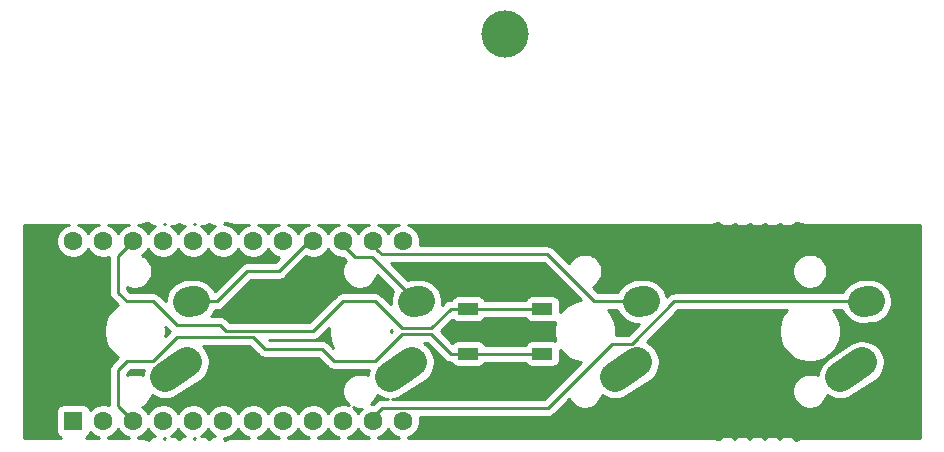
<source format=gbr>
G04 #@! TF.GenerationSoftware,KiCad,Pcbnew,(5.1.4-0-10_14)*
G04 #@! TF.CreationDate,2021-02-23T22:45:28-08:00*
G04 #@! TF.ProjectId,fourkey,666f7572-6b65-4792-9e6b-696361645f70,rev?*
G04 #@! TF.SameCoordinates,Original*
G04 #@! TF.FileFunction,Copper,L1,Top*
G04 #@! TF.FilePolarity,Positive*
%FSLAX46Y46*%
G04 Gerber Fmt 4.6, Leading zero omitted, Abs format (unit mm)*
G04 Created by KiCad (PCBNEW (5.1.4-0-10_14)) date 2021-02-23 22:45:28*
%MOMM*%
%LPD*%
G04 APERTURE LIST*
%ADD10C,4.000000*%
%ADD11C,2.500000*%
%ADD12C,2.500000*%
%ADD13C,1.600000*%
%ADD14R,1.600000X1.600000*%
%ADD15R,1.700000X1.000000*%
%ADD16C,0.250000*%
%ADD17C,0.254000*%
G04 APERTURE END LIST*
D10*
X108966000Y-54356000D03*
D11*
X81117000Y-82757000D03*
D12*
X80168185Y-83361462D02*
X82065815Y-82152538D01*
D11*
X82387000Y-76982000D03*
D12*
X82097672Y-77001724D02*
X82676328Y-76962276D01*
D13*
X72390000Y-71882000D03*
X74930000Y-71882000D03*
X77470000Y-71882000D03*
X80010000Y-71882000D03*
X82550000Y-71882000D03*
X85090000Y-71882000D03*
X87630000Y-71882000D03*
X90170000Y-71882000D03*
X92710000Y-71882000D03*
X95250000Y-71882000D03*
X97790000Y-71882000D03*
X100330000Y-71882000D03*
X100330000Y-87122000D03*
X97790000Y-87122000D03*
X95250000Y-87122000D03*
X92710000Y-87122000D03*
X90170000Y-87122000D03*
X87630000Y-87122000D03*
X85090000Y-87122000D03*
X82550000Y-87122000D03*
X80010000Y-87122000D03*
X77470000Y-87122000D03*
X74930000Y-87122000D03*
D14*
X72390000Y-87122000D03*
D11*
X101437000Y-76982000D03*
D12*
X101147672Y-77001724D02*
X101726328Y-76962276D01*
D11*
X100167000Y-82757000D03*
D12*
X99218185Y-83361462D02*
X101115815Y-82152538D01*
D11*
X119217000Y-82757000D03*
D12*
X118268185Y-83361462D02*
X120165815Y-82152538D01*
D11*
X120487000Y-76982000D03*
D12*
X120197672Y-77001724D02*
X120776328Y-76962276D01*
D11*
X139537000Y-76982000D03*
D12*
X139247672Y-77001724D02*
X139826328Y-76962276D01*
D11*
X138267000Y-82757000D03*
D12*
X137318185Y-83361462D02*
X139215815Y-82152538D01*
D15*
X105816000Y-77602000D03*
X112116000Y-77602000D03*
X105816000Y-81402000D03*
X112116000Y-81402000D03*
D16*
X89789000Y-74422000D02*
X92329000Y-71882000D01*
X84562000Y-76982000D02*
X87122000Y-74422000D01*
X87122000Y-74422000D02*
X89789000Y-74422000D01*
X82387000Y-76982000D02*
X84562000Y-76982000D01*
X97701099Y-73246099D02*
X100362469Y-75907469D01*
X96233099Y-73246099D02*
X97701099Y-73246099D01*
X100362469Y-75907469D02*
X101437000Y-76982000D01*
X94869000Y-71882000D02*
X96233099Y-73246099D01*
X82387000Y-72100000D02*
X82169000Y-71882000D01*
X98208999Y-72681999D02*
X97409000Y-71882000D01*
X98534001Y-73007001D02*
X98208999Y-72681999D01*
X112541667Y-73007001D02*
X98534001Y-73007001D01*
X116516666Y-76982000D02*
X112541667Y-73007001D01*
X120487000Y-76982000D02*
X116516666Y-76982000D01*
X98208999Y-86322001D02*
X97409000Y-87122000D01*
X98534001Y-85996999D02*
X98208999Y-86322001D01*
X112597620Y-85996999D02*
X98534001Y-85996999D01*
X118015901Y-80578718D02*
X112597620Y-85996999D01*
X119700282Y-80578718D02*
X118015901Y-80578718D01*
X123297000Y-76982000D02*
X119700282Y-80578718D01*
X139537000Y-76982000D02*
X123297000Y-76982000D01*
X105435000Y-77602000D02*
X111735000Y-77602000D01*
X102689000Y-79248000D02*
X104335000Y-77602000D01*
X95250000Y-76962000D02*
X97917000Y-76962000D01*
X76200000Y-76244667D02*
X76917333Y-76962000D01*
X76917333Y-76962000D02*
X79121000Y-76962000D01*
X97917000Y-76962000D02*
X100203000Y-79248000D01*
X85344000Y-79502000D02*
X92710000Y-79502000D01*
X84836000Y-78994000D02*
X85344000Y-79502000D01*
X104335000Y-77602000D02*
X105435000Y-77602000D01*
X79121000Y-76962000D02*
X81153000Y-78994000D01*
X92710000Y-79502000D02*
X95250000Y-76962000D01*
X81153000Y-78994000D02*
X84836000Y-78994000D01*
X100203000Y-79248000D02*
X102689000Y-79248000D01*
X76200000Y-73152000D02*
X76200000Y-76244667D01*
X77470000Y-71882000D02*
X76200000Y-73152000D01*
X106535000Y-81402000D02*
X111735000Y-81402000D01*
X102689000Y-79756000D02*
X104335000Y-81402000D01*
X100203000Y-79756000D02*
X102689000Y-79756000D01*
X76962000Y-82042000D02*
X79121000Y-82042000D01*
X97917000Y-82042000D02*
X100203000Y-79756000D01*
X94488000Y-82042000D02*
X97917000Y-82042000D01*
X93472000Y-81026000D02*
X94488000Y-82042000D01*
X88646000Y-81026000D02*
X93472000Y-81026000D01*
X81153000Y-80010000D02*
X87630000Y-80010000D01*
X87630000Y-80010000D02*
X88646000Y-81026000D01*
X79121000Y-82042000D02*
X81153000Y-80010000D01*
X76200000Y-85852000D02*
X76200000Y-82804000D01*
X76200000Y-82804000D02*
X76962000Y-82042000D01*
X104335000Y-81402000D02*
X106535000Y-81402000D01*
X77470000Y-87122000D02*
X76200000Y-85852000D01*
D17*
G36*
X133653080Y-70341292D02*
G01*
X133708392Y-70364090D01*
X133763366Y-70387652D01*
X133772169Y-70390377D01*
X133959006Y-70446786D01*
X134017686Y-70458405D01*
X134076196Y-70470842D01*
X134085361Y-70471805D01*
X134279594Y-70490850D01*
X134279598Y-70490850D01*
X134311581Y-70494000D01*
X144120001Y-70494000D01*
X144120000Y-88510000D01*
X134311581Y-88510000D01*
X134278613Y-88513247D01*
X134265633Y-88513247D01*
X134256468Y-88514210D01*
X134062518Y-88535965D01*
X134004019Y-88548400D01*
X133945325Y-88560022D01*
X133936522Y-88562747D01*
X133750491Y-88621760D01*
X133695509Y-88645326D01*
X133640206Y-88668120D01*
X133632100Y-88672503D01*
X133586418Y-88697617D01*
X133497758Y-88608957D01*
X133329272Y-88496378D01*
X133142061Y-88418833D01*
X132943318Y-88379300D01*
X132740682Y-88379300D01*
X132541939Y-88418833D01*
X132354728Y-88496378D01*
X132207000Y-88595087D01*
X132059272Y-88496378D01*
X131872061Y-88418833D01*
X131673318Y-88379300D01*
X131470682Y-88379300D01*
X131271939Y-88418833D01*
X131084728Y-88496378D01*
X130937000Y-88595087D01*
X130789272Y-88496378D01*
X130602061Y-88418833D01*
X130403318Y-88379300D01*
X130200682Y-88379300D01*
X130001939Y-88418833D01*
X129814728Y-88496378D01*
X129667000Y-88595087D01*
X129519272Y-88496378D01*
X129332061Y-88418833D01*
X129133318Y-88379300D01*
X128930682Y-88379300D01*
X128731939Y-88418833D01*
X128544728Y-88496378D01*
X128397000Y-88595087D01*
X128249272Y-88496378D01*
X128062061Y-88418833D01*
X127863318Y-88379300D01*
X127660682Y-88379300D01*
X127461939Y-88418833D01*
X127274728Y-88496378D01*
X127106242Y-88608957D01*
X127046392Y-88668807D01*
X127034921Y-88662708D01*
X126979606Y-88639909D01*
X126924634Y-88616348D01*
X126915831Y-88613623D01*
X126728995Y-88557214D01*
X126670307Y-88545594D01*
X126611804Y-88533158D01*
X126602639Y-88532195D01*
X126408405Y-88513150D01*
X126408402Y-88513150D01*
X126376419Y-88510000D01*
X100707617Y-88510000D01*
X100748574Y-88501853D01*
X101009727Y-88393680D01*
X101244759Y-88236637D01*
X101444637Y-88036759D01*
X101601680Y-87801727D01*
X101709853Y-87540574D01*
X101765000Y-87263335D01*
X101765000Y-86980665D01*
X101720509Y-86756999D01*
X112560298Y-86756999D01*
X112597620Y-86760675D01*
X112634942Y-86756999D01*
X112634953Y-86756999D01*
X112746606Y-86746002D01*
X112889867Y-86702545D01*
X113021896Y-86631973D01*
X113137621Y-86537000D01*
X113161424Y-86507996D01*
X114381562Y-85287858D01*
X114542826Y-85529206D01*
X114749794Y-85736174D01*
X114993162Y-85898788D01*
X115263579Y-86010798D01*
X115550652Y-86067900D01*
X115843348Y-86067900D01*
X116130421Y-86010798D01*
X116400838Y-85898788D01*
X116644206Y-85736174D01*
X116851174Y-85529206D01*
X117013788Y-85285838D01*
X117125798Y-85015421D01*
X117151353Y-84886946D01*
X117181763Y-84913034D01*
X117505336Y-85095172D01*
X117858223Y-85210683D01*
X118226865Y-85255131D01*
X118597096Y-85226806D01*
X118954686Y-85126796D01*
X119202899Y-85001007D01*
X120090328Y-84435652D01*
X133261100Y-84435652D01*
X133261100Y-84728348D01*
X133318202Y-85015421D01*
X133430212Y-85285838D01*
X133592826Y-85529206D01*
X133799794Y-85736174D01*
X134043162Y-85898788D01*
X134313579Y-86010798D01*
X134600652Y-86067900D01*
X134893348Y-86067900D01*
X135180421Y-86010798D01*
X135450838Y-85898788D01*
X135694206Y-85736174D01*
X135901174Y-85529206D01*
X136063788Y-85285838D01*
X136175798Y-85015421D01*
X136201353Y-84886946D01*
X136231763Y-84913034D01*
X136555336Y-85095172D01*
X136908223Y-85210683D01*
X137276865Y-85255131D01*
X137647096Y-85226806D01*
X138004686Y-85126796D01*
X138252899Y-85001007D01*
X140306720Y-83692578D01*
X140525623Y-83520782D01*
X140767387Y-83238961D01*
X140949524Y-82915389D01*
X141065036Y-82562501D01*
X141109483Y-82193859D01*
X141081158Y-81823627D01*
X140981149Y-81466037D01*
X140813299Y-81134829D01*
X140584058Y-80842730D01*
X140302237Y-80600966D01*
X139978664Y-80418829D01*
X139625777Y-80303317D01*
X139257134Y-80258869D01*
X138886903Y-80287195D01*
X138529312Y-80387204D01*
X138281100Y-80512994D01*
X136227280Y-81821422D01*
X136008377Y-81993218D01*
X135766613Y-82275040D01*
X135584475Y-82598613D01*
X135468964Y-82951500D01*
X135432076Y-83257441D01*
X135180421Y-83153202D01*
X134893348Y-83096100D01*
X134600652Y-83096100D01*
X134313579Y-83153202D01*
X134043162Y-83265212D01*
X133799794Y-83427826D01*
X133592826Y-83634794D01*
X133430212Y-83878162D01*
X133318202Y-84148579D01*
X133261100Y-84435652D01*
X120090328Y-84435652D01*
X121256720Y-83692578D01*
X121475623Y-83520782D01*
X121717387Y-83238961D01*
X121899524Y-82915389D01*
X122015036Y-82562501D01*
X122059483Y-82193859D01*
X122031158Y-81823627D01*
X121931149Y-81466037D01*
X121763299Y-81134829D01*
X121534058Y-80842730D01*
X121252237Y-80600966D01*
X120932700Y-80421101D01*
X123611803Y-77742000D01*
X132789174Y-77742000D01*
X132705000Y-77826174D01*
X132417299Y-78256749D01*
X132219127Y-78735178D01*
X132118100Y-79243076D01*
X132118100Y-79760924D01*
X132219127Y-80268822D01*
X132417299Y-80747251D01*
X132705000Y-81177826D01*
X133071174Y-81544000D01*
X133501749Y-81831701D01*
X133980178Y-82029873D01*
X134488076Y-82130900D01*
X135005924Y-82130900D01*
X135513822Y-82029873D01*
X135992251Y-81831701D01*
X136422826Y-81544000D01*
X136789000Y-81177826D01*
X137076701Y-80747251D01*
X137274873Y-80268822D01*
X137375900Y-79760924D01*
X137375900Y-79243076D01*
X137274873Y-78735178D01*
X137076701Y-78256749D01*
X136789000Y-77826174D01*
X136704826Y-77742000D01*
X137512423Y-77742000D01*
X137551085Y-77843913D01*
X137747989Y-78158719D01*
X138002523Y-78429061D01*
X138304908Y-78644552D01*
X138643523Y-78796910D01*
X139005355Y-78880279D01*
X139283495Y-78888656D01*
X140046916Y-78836613D01*
X140321347Y-78790566D01*
X140668517Y-78658863D01*
X140983323Y-78461959D01*
X141253665Y-78207425D01*
X141469156Y-77905040D01*
X141621514Y-77566425D01*
X141704883Y-77204593D01*
X141716061Y-76833450D01*
X141654618Y-76467257D01*
X141522914Y-76120087D01*
X141326011Y-75805281D01*
X141071477Y-75534939D01*
X140769092Y-75319448D01*
X140430477Y-75167090D01*
X140068645Y-75083721D01*
X139790504Y-75075344D01*
X139027084Y-75127387D01*
X138752653Y-75173434D01*
X138405483Y-75305137D01*
X138090677Y-75502041D01*
X137820335Y-75756575D01*
X137604844Y-76058960D01*
X137531485Y-76222000D01*
X123334322Y-76222000D01*
X123296999Y-76218324D01*
X123259676Y-76222000D01*
X123259667Y-76222000D01*
X123148014Y-76232997D01*
X123004753Y-76276454D01*
X122872724Y-76347026D01*
X122872722Y-76347027D01*
X122872723Y-76347027D01*
X122785996Y-76418201D01*
X122785992Y-76418205D01*
X122756999Y-76441999D01*
X122733205Y-76470992D01*
X122623630Y-76580567D01*
X122604618Y-76467257D01*
X122472914Y-76120087D01*
X122276011Y-75805281D01*
X122021477Y-75534939D01*
X121719092Y-75319448D01*
X121380477Y-75167090D01*
X121018645Y-75083721D01*
X120740504Y-75075344D01*
X119977084Y-75127387D01*
X119702653Y-75173434D01*
X119355483Y-75305137D01*
X119040677Y-75502041D01*
X118770335Y-75756575D01*
X118554844Y-76058960D01*
X118481485Y-76222000D01*
X116831469Y-76222000D01*
X116363657Y-75754189D01*
X116400838Y-75738788D01*
X116644206Y-75576174D01*
X116851174Y-75369206D01*
X117013788Y-75125838D01*
X117125798Y-74855421D01*
X117182900Y-74568348D01*
X117182900Y-74275652D01*
X133261100Y-74275652D01*
X133261100Y-74568348D01*
X133318202Y-74855421D01*
X133430212Y-75125838D01*
X133592826Y-75369206D01*
X133799794Y-75576174D01*
X134043162Y-75738788D01*
X134313579Y-75850798D01*
X134600652Y-75907900D01*
X134893348Y-75907900D01*
X135180421Y-75850798D01*
X135450838Y-75738788D01*
X135694206Y-75576174D01*
X135901174Y-75369206D01*
X136063788Y-75125838D01*
X136175798Y-74855421D01*
X136232900Y-74568348D01*
X136232900Y-74275652D01*
X136175798Y-73988579D01*
X136063788Y-73718162D01*
X135901174Y-73474794D01*
X135694206Y-73267826D01*
X135450838Y-73105212D01*
X135180421Y-72993202D01*
X134893348Y-72936100D01*
X134600652Y-72936100D01*
X134313579Y-72993202D01*
X134043162Y-73105212D01*
X133799794Y-73267826D01*
X133592826Y-73474794D01*
X133430212Y-73718162D01*
X133318202Y-73988579D01*
X133261100Y-74275652D01*
X117182900Y-74275652D01*
X117125798Y-73988579D01*
X117013788Y-73718162D01*
X116851174Y-73474794D01*
X116644206Y-73267826D01*
X116400838Y-73105212D01*
X116130421Y-72993202D01*
X115843348Y-72936100D01*
X115550652Y-72936100D01*
X115263579Y-72993202D01*
X114993162Y-73105212D01*
X114749794Y-73267826D01*
X114542826Y-73474794D01*
X114380212Y-73718162D01*
X114364811Y-73755343D01*
X113105471Y-72496004D01*
X113081668Y-72467000D01*
X112965943Y-72372027D01*
X112833914Y-72301455D01*
X112690653Y-72257998D01*
X112579000Y-72247001D01*
X112578989Y-72247001D01*
X112541667Y-72243325D01*
X112504345Y-72247001D01*
X101720509Y-72247001D01*
X101765000Y-72023335D01*
X101765000Y-71740665D01*
X101709853Y-71463426D01*
X101601680Y-71202273D01*
X101444637Y-70967241D01*
X101244759Y-70767363D01*
X101009727Y-70610320D01*
X100748574Y-70502147D01*
X100707617Y-70494000D01*
X126376419Y-70494000D01*
X126409387Y-70490753D01*
X126422367Y-70490753D01*
X126431532Y-70489790D01*
X126625481Y-70468035D01*
X126683966Y-70455603D01*
X126742676Y-70443978D01*
X126751479Y-70441253D01*
X126937509Y-70382240D01*
X126992519Y-70358662D01*
X127047288Y-70336089D01*
X127106242Y-70395043D01*
X127274728Y-70507622D01*
X127461939Y-70585167D01*
X127660682Y-70624700D01*
X127863318Y-70624700D01*
X128062061Y-70585167D01*
X128249272Y-70507622D01*
X128397000Y-70408913D01*
X128544728Y-70507622D01*
X128731939Y-70585167D01*
X128930682Y-70624700D01*
X129133318Y-70624700D01*
X129332061Y-70585167D01*
X129519272Y-70507622D01*
X129667000Y-70408913D01*
X129814728Y-70507622D01*
X130001939Y-70585167D01*
X130200682Y-70624700D01*
X130403318Y-70624700D01*
X130602061Y-70585167D01*
X130789272Y-70507622D01*
X130937000Y-70408913D01*
X131084728Y-70507622D01*
X131271939Y-70585167D01*
X131470682Y-70624700D01*
X131673318Y-70624700D01*
X131872061Y-70585167D01*
X132059272Y-70507622D01*
X132207000Y-70408913D01*
X132354728Y-70507622D01*
X132541939Y-70585167D01*
X132740682Y-70624700D01*
X132943318Y-70624700D01*
X133142061Y-70585167D01*
X133329272Y-70507622D01*
X133497758Y-70395043D01*
X133586768Y-70306033D01*
X133653080Y-70341292D01*
X133653080Y-70341292D01*
G37*
X133653080Y-70341292D02*
X133708392Y-70364090D01*
X133763366Y-70387652D01*
X133772169Y-70390377D01*
X133959006Y-70446786D01*
X134017686Y-70458405D01*
X134076196Y-70470842D01*
X134085361Y-70471805D01*
X134279594Y-70490850D01*
X134279598Y-70490850D01*
X134311581Y-70494000D01*
X144120001Y-70494000D01*
X144120000Y-88510000D01*
X134311581Y-88510000D01*
X134278613Y-88513247D01*
X134265633Y-88513247D01*
X134256468Y-88514210D01*
X134062518Y-88535965D01*
X134004019Y-88548400D01*
X133945325Y-88560022D01*
X133936522Y-88562747D01*
X133750491Y-88621760D01*
X133695509Y-88645326D01*
X133640206Y-88668120D01*
X133632100Y-88672503D01*
X133586418Y-88697617D01*
X133497758Y-88608957D01*
X133329272Y-88496378D01*
X133142061Y-88418833D01*
X132943318Y-88379300D01*
X132740682Y-88379300D01*
X132541939Y-88418833D01*
X132354728Y-88496378D01*
X132207000Y-88595087D01*
X132059272Y-88496378D01*
X131872061Y-88418833D01*
X131673318Y-88379300D01*
X131470682Y-88379300D01*
X131271939Y-88418833D01*
X131084728Y-88496378D01*
X130937000Y-88595087D01*
X130789272Y-88496378D01*
X130602061Y-88418833D01*
X130403318Y-88379300D01*
X130200682Y-88379300D01*
X130001939Y-88418833D01*
X129814728Y-88496378D01*
X129667000Y-88595087D01*
X129519272Y-88496378D01*
X129332061Y-88418833D01*
X129133318Y-88379300D01*
X128930682Y-88379300D01*
X128731939Y-88418833D01*
X128544728Y-88496378D01*
X128397000Y-88595087D01*
X128249272Y-88496378D01*
X128062061Y-88418833D01*
X127863318Y-88379300D01*
X127660682Y-88379300D01*
X127461939Y-88418833D01*
X127274728Y-88496378D01*
X127106242Y-88608957D01*
X127046392Y-88668807D01*
X127034921Y-88662708D01*
X126979606Y-88639909D01*
X126924634Y-88616348D01*
X126915831Y-88613623D01*
X126728995Y-88557214D01*
X126670307Y-88545594D01*
X126611804Y-88533158D01*
X126602639Y-88532195D01*
X126408405Y-88513150D01*
X126408402Y-88513150D01*
X126376419Y-88510000D01*
X100707617Y-88510000D01*
X100748574Y-88501853D01*
X101009727Y-88393680D01*
X101244759Y-88236637D01*
X101444637Y-88036759D01*
X101601680Y-87801727D01*
X101709853Y-87540574D01*
X101765000Y-87263335D01*
X101765000Y-86980665D01*
X101720509Y-86756999D01*
X112560298Y-86756999D01*
X112597620Y-86760675D01*
X112634942Y-86756999D01*
X112634953Y-86756999D01*
X112746606Y-86746002D01*
X112889867Y-86702545D01*
X113021896Y-86631973D01*
X113137621Y-86537000D01*
X113161424Y-86507996D01*
X114381562Y-85287858D01*
X114542826Y-85529206D01*
X114749794Y-85736174D01*
X114993162Y-85898788D01*
X115263579Y-86010798D01*
X115550652Y-86067900D01*
X115843348Y-86067900D01*
X116130421Y-86010798D01*
X116400838Y-85898788D01*
X116644206Y-85736174D01*
X116851174Y-85529206D01*
X117013788Y-85285838D01*
X117125798Y-85015421D01*
X117151353Y-84886946D01*
X117181763Y-84913034D01*
X117505336Y-85095172D01*
X117858223Y-85210683D01*
X118226865Y-85255131D01*
X118597096Y-85226806D01*
X118954686Y-85126796D01*
X119202899Y-85001007D01*
X120090328Y-84435652D01*
X133261100Y-84435652D01*
X133261100Y-84728348D01*
X133318202Y-85015421D01*
X133430212Y-85285838D01*
X133592826Y-85529206D01*
X133799794Y-85736174D01*
X134043162Y-85898788D01*
X134313579Y-86010798D01*
X134600652Y-86067900D01*
X134893348Y-86067900D01*
X135180421Y-86010798D01*
X135450838Y-85898788D01*
X135694206Y-85736174D01*
X135901174Y-85529206D01*
X136063788Y-85285838D01*
X136175798Y-85015421D01*
X136201353Y-84886946D01*
X136231763Y-84913034D01*
X136555336Y-85095172D01*
X136908223Y-85210683D01*
X137276865Y-85255131D01*
X137647096Y-85226806D01*
X138004686Y-85126796D01*
X138252899Y-85001007D01*
X140306720Y-83692578D01*
X140525623Y-83520782D01*
X140767387Y-83238961D01*
X140949524Y-82915389D01*
X141065036Y-82562501D01*
X141109483Y-82193859D01*
X141081158Y-81823627D01*
X140981149Y-81466037D01*
X140813299Y-81134829D01*
X140584058Y-80842730D01*
X140302237Y-80600966D01*
X139978664Y-80418829D01*
X139625777Y-80303317D01*
X139257134Y-80258869D01*
X138886903Y-80287195D01*
X138529312Y-80387204D01*
X138281100Y-80512994D01*
X136227280Y-81821422D01*
X136008377Y-81993218D01*
X135766613Y-82275040D01*
X135584475Y-82598613D01*
X135468964Y-82951500D01*
X135432076Y-83257441D01*
X135180421Y-83153202D01*
X134893348Y-83096100D01*
X134600652Y-83096100D01*
X134313579Y-83153202D01*
X134043162Y-83265212D01*
X133799794Y-83427826D01*
X133592826Y-83634794D01*
X133430212Y-83878162D01*
X133318202Y-84148579D01*
X133261100Y-84435652D01*
X120090328Y-84435652D01*
X121256720Y-83692578D01*
X121475623Y-83520782D01*
X121717387Y-83238961D01*
X121899524Y-82915389D01*
X122015036Y-82562501D01*
X122059483Y-82193859D01*
X122031158Y-81823627D01*
X121931149Y-81466037D01*
X121763299Y-81134829D01*
X121534058Y-80842730D01*
X121252237Y-80600966D01*
X120932700Y-80421101D01*
X123611803Y-77742000D01*
X132789174Y-77742000D01*
X132705000Y-77826174D01*
X132417299Y-78256749D01*
X132219127Y-78735178D01*
X132118100Y-79243076D01*
X132118100Y-79760924D01*
X132219127Y-80268822D01*
X132417299Y-80747251D01*
X132705000Y-81177826D01*
X133071174Y-81544000D01*
X133501749Y-81831701D01*
X133980178Y-82029873D01*
X134488076Y-82130900D01*
X135005924Y-82130900D01*
X135513822Y-82029873D01*
X135992251Y-81831701D01*
X136422826Y-81544000D01*
X136789000Y-81177826D01*
X137076701Y-80747251D01*
X137274873Y-80268822D01*
X137375900Y-79760924D01*
X137375900Y-79243076D01*
X137274873Y-78735178D01*
X137076701Y-78256749D01*
X136789000Y-77826174D01*
X136704826Y-77742000D01*
X137512423Y-77742000D01*
X137551085Y-77843913D01*
X137747989Y-78158719D01*
X138002523Y-78429061D01*
X138304908Y-78644552D01*
X138643523Y-78796910D01*
X139005355Y-78880279D01*
X139283495Y-78888656D01*
X140046916Y-78836613D01*
X140321347Y-78790566D01*
X140668517Y-78658863D01*
X140983323Y-78461959D01*
X141253665Y-78207425D01*
X141469156Y-77905040D01*
X141621514Y-77566425D01*
X141704883Y-77204593D01*
X141716061Y-76833450D01*
X141654618Y-76467257D01*
X141522914Y-76120087D01*
X141326011Y-75805281D01*
X141071477Y-75534939D01*
X140769092Y-75319448D01*
X140430477Y-75167090D01*
X140068645Y-75083721D01*
X139790504Y-75075344D01*
X139027084Y-75127387D01*
X138752653Y-75173434D01*
X138405483Y-75305137D01*
X138090677Y-75502041D01*
X137820335Y-75756575D01*
X137604844Y-76058960D01*
X137531485Y-76222000D01*
X123334322Y-76222000D01*
X123296999Y-76218324D01*
X123259676Y-76222000D01*
X123259667Y-76222000D01*
X123148014Y-76232997D01*
X123004753Y-76276454D01*
X122872724Y-76347026D01*
X122872722Y-76347027D01*
X122872723Y-76347027D01*
X122785996Y-76418201D01*
X122785992Y-76418205D01*
X122756999Y-76441999D01*
X122733205Y-76470992D01*
X122623630Y-76580567D01*
X122604618Y-76467257D01*
X122472914Y-76120087D01*
X122276011Y-75805281D01*
X122021477Y-75534939D01*
X121719092Y-75319448D01*
X121380477Y-75167090D01*
X121018645Y-75083721D01*
X120740504Y-75075344D01*
X119977084Y-75127387D01*
X119702653Y-75173434D01*
X119355483Y-75305137D01*
X119040677Y-75502041D01*
X118770335Y-75756575D01*
X118554844Y-76058960D01*
X118481485Y-76222000D01*
X116831469Y-76222000D01*
X116363657Y-75754189D01*
X116400838Y-75738788D01*
X116644206Y-75576174D01*
X116851174Y-75369206D01*
X117013788Y-75125838D01*
X117125798Y-74855421D01*
X117182900Y-74568348D01*
X117182900Y-74275652D01*
X133261100Y-74275652D01*
X133261100Y-74568348D01*
X133318202Y-74855421D01*
X133430212Y-75125838D01*
X133592826Y-75369206D01*
X133799794Y-75576174D01*
X134043162Y-75738788D01*
X134313579Y-75850798D01*
X134600652Y-75907900D01*
X134893348Y-75907900D01*
X135180421Y-75850798D01*
X135450838Y-75738788D01*
X135694206Y-75576174D01*
X135901174Y-75369206D01*
X136063788Y-75125838D01*
X136175798Y-74855421D01*
X136232900Y-74568348D01*
X136232900Y-74275652D01*
X136175798Y-73988579D01*
X136063788Y-73718162D01*
X135901174Y-73474794D01*
X135694206Y-73267826D01*
X135450838Y-73105212D01*
X135180421Y-72993202D01*
X134893348Y-72936100D01*
X134600652Y-72936100D01*
X134313579Y-72993202D01*
X134043162Y-73105212D01*
X133799794Y-73267826D01*
X133592826Y-73474794D01*
X133430212Y-73718162D01*
X133318202Y-73988579D01*
X133261100Y-74275652D01*
X117182900Y-74275652D01*
X117125798Y-73988579D01*
X117013788Y-73718162D01*
X116851174Y-73474794D01*
X116644206Y-73267826D01*
X116400838Y-73105212D01*
X116130421Y-72993202D01*
X115843348Y-72936100D01*
X115550652Y-72936100D01*
X115263579Y-72993202D01*
X114993162Y-73105212D01*
X114749794Y-73267826D01*
X114542826Y-73474794D01*
X114380212Y-73718162D01*
X114364811Y-73755343D01*
X113105471Y-72496004D01*
X113081668Y-72467000D01*
X112965943Y-72372027D01*
X112833914Y-72301455D01*
X112690653Y-72257998D01*
X112579000Y-72247001D01*
X112578989Y-72247001D01*
X112541667Y-72243325D01*
X112504345Y-72247001D01*
X101720509Y-72247001D01*
X101765000Y-72023335D01*
X101765000Y-71740665D01*
X101709853Y-71463426D01*
X101601680Y-71202273D01*
X101444637Y-70967241D01*
X101244759Y-70767363D01*
X101009727Y-70610320D01*
X100748574Y-70502147D01*
X100707617Y-70494000D01*
X126376419Y-70494000D01*
X126409387Y-70490753D01*
X126422367Y-70490753D01*
X126431532Y-70489790D01*
X126625481Y-70468035D01*
X126683966Y-70455603D01*
X126742676Y-70443978D01*
X126751479Y-70441253D01*
X126937509Y-70382240D01*
X126992519Y-70358662D01*
X127047288Y-70336089D01*
X127106242Y-70395043D01*
X127274728Y-70507622D01*
X127461939Y-70585167D01*
X127660682Y-70624700D01*
X127863318Y-70624700D01*
X128062061Y-70585167D01*
X128249272Y-70507622D01*
X128397000Y-70408913D01*
X128544728Y-70507622D01*
X128731939Y-70585167D01*
X128930682Y-70624700D01*
X129133318Y-70624700D01*
X129332061Y-70585167D01*
X129519272Y-70507622D01*
X129667000Y-70408913D01*
X129814728Y-70507622D01*
X130001939Y-70585167D01*
X130200682Y-70624700D01*
X130403318Y-70624700D01*
X130602061Y-70585167D01*
X130789272Y-70507622D01*
X130937000Y-70408913D01*
X131084728Y-70507622D01*
X131271939Y-70585167D01*
X131470682Y-70624700D01*
X131673318Y-70624700D01*
X131872061Y-70585167D01*
X132059272Y-70507622D01*
X132207000Y-70408913D01*
X132354728Y-70507622D01*
X132541939Y-70585167D01*
X132740682Y-70624700D01*
X132943318Y-70624700D01*
X133142061Y-70585167D01*
X133329272Y-70507622D01*
X133497758Y-70395043D01*
X133586768Y-70306033D01*
X133653080Y-70341292D01*
G36*
X78895363Y-88036759D02*
G01*
X79095241Y-88236637D01*
X79320206Y-88386953D01*
X79159939Y-88418833D01*
X78972728Y-88496378D01*
X78804242Y-88608957D01*
X78729812Y-88683387D01*
X78690921Y-88662708D01*
X78635606Y-88639909D01*
X78580634Y-88616348D01*
X78571831Y-88613623D01*
X78384995Y-88557214D01*
X78326307Y-88545594D01*
X78267804Y-88533158D01*
X78258639Y-88532195D01*
X78064405Y-88513150D01*
X78064402Y-88513150D01*
X78032419Y-88510000D01*
X77847617Y-88510000D01*
X77888574Y-88501853D01*
X78149727Y-88393680D01*
X78384759Y-88236637D01*
X78584637Y-88036759D01*
X78740000Y-87804241D01*
X78895363Y-88036759D01*
X78895363Y-88036759D01*
G37*
X78895363Y-88036759D02*
X79095241Y-88236637D01*
X79320206Y-88386953D01*
X79159939Y-88418833D01*
X78972728Y-88496378D01*
X78804242Y-88608957D01*
X78729812Y-88683387D01*
X78690921Y-88662708D01*
X78635606Y-88639909D01*
X78580634Y-88616348D01*
X78571831Y-88613623D01*
X78384995Y-88557214D01*
X78326307Y-88545594D01*
X78267804Y-88533158D01*
X78258639Y-88532195D01*
X78064405Y-88513150D01*
X78064402Y-88513150D01*
X78032419Y-88510000D01*
X77847617Y-88510000D01*
X77888574Y-88501853D01*
X78149727Y-88393680D01*
X78384759Y-88236637D01*
X78584637Y-88036759D01*
X78740000Y-87804241D01*
X78895363Y-88036759D01*
G36*
X86515363Y-88036759D02*
G01*
X86715241Y-88236637D01*
X86950273Y-88393680D01*
X87211426Y-88501853D01*
X87252383Y-88510000D01*
X85967581Y-88510000D01*
X85934613Y-88513247D01*
X85921633Y-88513247D01*
X85912468Y-88514210D01*
X85718518Y-88535965D01*
X85660019Y-88548400D01*
X85601325Y-88560022D01*
X85592522Y-88562747D01*
X85406491Y-88621760D01*
X85351509Y-88645326D01*
X85296206Y-88668120D01*
X85288100Y-88672503D01*
X85269519Y-88682718D01*
X85195758Y-88608957D01*
X85117999Y-88557000D01*
X85231335Y-88557000D01*
X85508574Y-88501853D01*
X85769727Y-88393680D01*
X86004759Y-88236637D01*
X86204637Y-88036759D01*
X86360000Y-87804241D01*
X86515363Y-88036759D01*
X86515363Y-88036759D01*
G37*
X86515363Y-88036759D02*
X86715241Y-88236637D01*
X86950273Y-88393680D01*
X87211426Y-88501853D01*
X87252383Y-88510000D01*
X85967581Y-88510000D01*
X85934613Y-88513247D01*
X85921633Y-88513247D01*
X85912468Y-88514210D01*
X85718518Y-88535965D01*
X85660019Y-88548400D01*
X85601325Y-88560022D01*
X85592522Y-88562747D01*
X85406491Y-88621760D01*
X85351509Y-88645326D01*
X85296206Y-88668120D01*
X85288100Y-88672503D01*
X85269519Y-88682718D01*
X85195758Y-88608957D01*
X85117999Y-88557000D01*
X85231335Y-88557000D01*
X85508574Y-88501853D01*
X85769727Y-88393680D01*
X86004759Y-88236637D01*
X86204637Y-88036759D01*
X86360000Y-87804241D01*
X86515363Y-88036759D01*
G36*
X81435363Y-88036759D02*
G01*
X81635241Y-88236637D01*
X81860206Y-88386953D01*
X81699939Y-88418833D01*
X81512728Y-88496378D01*
X81365000Y-88595087D01*
X81217272Y-88496378D01*
X81030061Y-88418833D01*
X80831318Y-88379300D01*
X80711248Y-88379300D01*
X80924759Y-88236637D01*
X81124637Y-88036759D01*
X81280000Y-87804241D01*
X81435363Y-88036759D01*
X81435363Y-88036759D01*
G37*
X81435363Y-88036759D02*
X81635241Y-88236637D01*
X81860206Y-88386953D01*
X81699939Y-88418833D01*
X81512728Y-88496378D01*
X81365000Y-88595087D01*
X81217272Y-88496378D01*
X81030061Y-88418833D01*
X80831318Y-88379300D01*
X80711248Y-88379300D01*
X80924759Y-88236637D01*
X81124637Y-88036759D01*
X81280000Y-87804241D01*
X81435363Y-88036759D01*
G36*
X80095000Y-88595087D02*
G01*
X80037999Y-88557000D01*
X80151335Y-88557000D01*
X80152283Y-88556811D01*
X80095000Y-88595087D01*
X80095000Y-88595087D01*
G37*
X80095000Y-88595087D02*
X80037999Y-88557000D01*
X80151335Y-88557000D01*
X80152283Y-88556811D01*
X80095000Y-88595087D01*
G36*
X82635000Y-88595087D02*
G01*
X82577999Y-88557000D01*
X82691335Y-88557000D01*
X82692283Y-88556811D01*
X82635000Y-88595087D01*
X82635000Y-88595087D01*
G37*
X82635000Y-88595087D02*
X82577999Y-88557000D01*
X82691335Y-88557000D01*
X82692283Y-88556811D01*
X82635000Y-88595087D01*
G36*
X83975363Y-88036759D02*
G01*
X84175241Y-88236637D01*
X84400206Y-88386953D01*
X84239939Y-88418833D01*
X84052728Y-88496378D01*
X83905000Y-88595087D01*
X83757272Y-88496378D01*
X83570061Y-88418833D01*
X83371318Y-88379300D01*
X83251248Y-88379300D01*
X83464759Y-88236637D01*
X83664637Y-88036759D01*
X83820000Y-87804241D01*
X83975363Y-88036759D01*
X83975363Y-88036759D01*
G37*
X83975363Y-88036759D02*
X84175241Y-88236637D01*
X84400206Y-88386953D01*
X84239939Y-88418833D01*
X84052728Y-88496378D01*
X83905000Y-88595087D01*
X83757272Y-88496378D01*
X83570061Y-88418833D01*
X83371318Y-88379300D01*
X83251248Y-88379300D01*
X83464759Y-88236637D01*
X83664637Y-88036759D01*
X83820000Y-87804241D01*
X83975363Y-88036759D01*
G36*
X71971426Y-70502147D02*
G01*
X71710273Y-70610320D01*
X71475241Y-70767363D01*
X71275363Y-70967241D01*
X71118320Y-71202273D01*
X71010147Y-71463426D01*
X70955000Y-71740665D01*
X70955000Y-72023335D01*
X71010147Y-72300574D01*
X71118320Y-72561727D01*
X71275363Y-72796759D01*
X71475241Y-72996637D01*
X71710273Y-73153680D01*
X71971426Y-73261853D01*
X72248665Y-73317000D01*
X72531335Y-73317000D01*
X72808574Y-73261853D01*
X73069727Y-73153680D01*
X73304759Y-72996637D01*
X73504637Y-72796759D01*
X73660000Y-72564241D01*
X73815363Y-72796759D01*
X74015241Y-72996637D01*
X74250273Y-73153680D01*
X74511426Y-73261853D01*
X74788665Y-73317000D01*
X75071335Y-73317000D01*
X75348574Y-73261853D01*
X75440000Y-73223983D01*
X75440001Y-76207335D01*
X75436324Y-76244667D01*
X75440001Y-76282000D01*
X75450998Y-76393653D01*
X75458526Y-76418471D01*
X75494454Y-76536913D01*
X75565026Y-76668943D01*
X75629502Y-76747506D01*
X75660000Y-76784668D01*
X75688998Y-76808466D01*
X76172560Y-77292029D01*
X75921174Y-77460000D01*
X75555000Y-77826174D01*
X75267299Y-78256749D01*
X75069127Y-78735178D01*
X74968100Y-79243076D01*
X74968100Y-79760924D01*
X75069127Y-80268822D01*
X75267299Y-80747251D01*
X75555000Y-81177826D01*
X75921174Y-81544000D01*
X76199336Y-81729862D01*
X75688998Y-82240201D01*
X75660000Y-82263999D01*
X75636202Y-82292997D01*
X75636201Y-82292998D01*
X75565026Y-82379724D01*
X75494454Y-82511754D01*
X75450998Y-82655015D01*
X75436324Y-82804000D01*
X75440001Y-82841332D01*
X75440000Y-85780017D01*
X75348574Y-85742147D01*
X75071335Y-85687000D01*
X74788665Y-85687000D01*
X74511426Y-85742147D01*
X74250273Y-85850320D01*
X74015241Y-86007363D01*
X73816643Y-86205961D01*
X73815812Y-86197518D01*
X73779502Y-86077820D01*
X73720537Y-85967506D01*
X73641185Y-85870815D01*
X73544494Y-85791463D01*
X73434180Y-85732498D01*
X73314482Y-85696188D01*
X73190000Y-85683928D01*
X71590000Y-85683928D01*
X71465518Y-85696188D01*
X71345820Y-85732498D01*
X71235506Y-85791463D01*
X71138815Y-85870815D01*
X71059463Y-85967506D01*
X71000498Y-86077820D01*
X70964188Y-86197518D01*
X70951928Y-86322000D01*
X70951928Y-87922000D01*
X70964188Y-88046482D01*
X71000498Y-88166180D01*
X71059463Y-88276494D01*
X71138815Y-88373185D01*
X71235506Y-88452537D01*
X71343010Y-88510000D01*
X68224000Y-88510000D01*
X68224000Y-70494000D01*
X72012383Y-70494000D01*
X71971426Y-70502147D01*
X71971426Y-70502147D01*
G37*
X71971426Y-70502147D02*
X71710273Y-70610320D01*
X71475241Y-70767363D01*
X71275363Y-70967241D01*
X71118320Y-71202273D01*
X71010147Y-71463426D01*
X70955000Y-71740665D01*
X70955000Y-72023335D01*
X71010147Y-72300574D01*
X71118320Y-72561727D01*
X71275363Y-72796759D01*
X71475241Y-72996637D01*
X71710273Y-73153680D01*
X71971426Y-73261853D01*
X72248665Y-73317000D01*
X72531335Y-73317000D01*
X72808574Y-73261853D01*
X73069727Y-73153680D01*
X73304759Y-72996637D01*
X73504637Y-72796759D01*
X73660000Y-72564241D01*
X73815363Y-72796759D01*
X74015241Y-72996637D01*
X74250273Y-73153680D01*
X74511426Y-73261853D01*
X74788665Y-73317000D01*
X75071335Y-73317000D01*
X75348574Y-73261853D01*
X75440000Y-73223983D01*
X75440001Y-76207335D01*
X75436324Y-76244667D01*
X75440001Y-76282000D01*
X75450998Y-76393653D01*
X75458526Y-76418471D01*
X75494454Y-76536913D01*
X75565026Y-76668943D01*
X75629502Y-76747506D01*
X75660000Y-76784668D01*
X75688998Y-76808466D01*
X76172560Y-77292029D01*
X75921174Y-77460000D01*
X75555000Y-77826174D01*
X75267299Y-78256749D01*
X75069127Y-78735178D01*
X74968100Y-79243076D01*
X74968100Y-79760924D01*
X75069127Y-80268822D01*
X75267299Y-80747251D01*
X75555000Y-81177826D01*
X75921174Y-81544000D01*
X76199336Y-81729862D01*
X75688998Y-82240201D01*
X75660000Y-82263999D01*
X75636202Y-82292997D01*
X75636201Y-82292998D01*
X75565026Y-82379724D01*
X75494454Y-82511754D01*
X75450998Y-82655015D01*
X75436324Y-82804000D01*
X75440001Y-82841332D01*
X75440000Y-85780017D01*
X75348574Y-85742147D01*
X75071335Y-85687000D01*
X74788665Y-85687000D01*
X74511426Y-85742147D01*
X74250273Y-85850320D01*
X74015241Y-86007363D01*
X73816643Y-86205961D01*
X73815812Y-86197518D01*
X73779502Y-86077820D01*
X73720537Y-85967506D01*
X73641185Y-85870815D01*
X73544494Y-85791463D01*
X73434180Y-85732498D01*
X73314482Y-85696188D01*
X73190000Y-85683928D01*
X71590000Y-85683928D01*
X71465518Y-85696188D01*
X71345820Y-85732498D01*
X71235506Y-85791463D01*
X71138815Y-85870815D01*
X71059463Y-85967506D01*
X71000498Y-86077820D01*
X70964188Y-86197518D01*
X70951928Y-86322000D01*
X70951928Y-87922000D01*
X70964188Y-88046482D01*
X71000498Y-88166180D01*
X71059463Y-88276494D01*
X71138815Y-88373185D01*
X71235506Y-88452537D01*
X71343010Y-88510000D01*
X68224000Y-88510000D01*
X68224000Y-70494000D01*
X72012383Y-70494000D01*
X71971426Y-70502147D01*
G36*
X74015241Y-88236637D02*
G01*
X74250273Y-88393680D01*
X74511426Y-88501853D01*
X74552383Y-88510000D01*
X73436990Y-88510000D01*
X73544494Y-88452537D01*
X73641185Y-88373185D01*
X73720537Y-88276494D01*
X73779502Y-88166180D01*
X73815812Y-88046482D01*
X73816643Y-88038039D01*
X74015241Y-88236637D01*
X74015241Y-88236637D01*
G37*
X74015241Y-88236637D02*
X74250273Y-88393680D01*
X74511426Y-88501853D01*
X74552383Y-88510000D01*
X73436990Y-88510000D01*
X73544494Y-88452537D01*
X73641185Y-88373185D01*
X73720537Y-88276494D01*
X73779502Y-88166180D01*
X73815812Y-88046482D01*
X73816643Y-88038039D01*
X74015241Y-88236637D01*
G36*
X94135363Y-88036759D02*
G01*
X94335241Y-88236637D01*
X94570273Y-88393680D01*
X94831426Y-88501853D01*
X94872383Y-88510000D01*
X93087617Y-88510000D01*
X93128574Y-88501853D01*
X93389727Y-88393680D01*
X93624759Y-88236637D01*
X93824637Y-88036759D01*
X93980000Y-87804241D01*
X94135363Y-88036759D01*
X94135363Y-88036759D01*
G37*
X94135363Y-88036759D02*
X94335241Y-88236637D01*
X94570273Y-88393680D01*
X94831426Y-88501853D01*
X94872383Y-88510000D01*
X93087617Y-88510000D01*
X93128574Y-88501853D01*
X93389727Y-88393680D01*
X93624759Y-88236637D01*
X93824637Y-88036759D01*
X93980000Y-87804241D01*
X94135363Y-88036759D01*
G36*
X76355363Y-88036759D02*
G01*
X76555241Y-88236637D01*
X76790273Y-88393680D01*
X77051426Y-88501853D01*
X77092383Y-88510000D01*
X75307617Y-88510000D01*
X75348574Y-88501853D01*
X75609727Y-88393680D01*
X75844759Y-88236637D01*
X76044637Y-88036759D01*
X76200000Y-87804241D01*
X76355363Y-88036759D01*
X76355363Y-88036759D01*
G37*
X76355363Y-88036759D02*
X76555241Y-88236637D01*
X76790273Y-88393680D01*
X77051426Y-88501853D01*
X77092383Y-88510000D01*
X75307617Y-88510000D01*
X75348574Y-88501853D01*
X75609727Y-88393680D01*
X75844759Y-88236637D01*
X76044637Y-88036759D01*
X76200000Y-87804241D01*
X76355363Y-88036759D01*
G36*
X91595363Y-88036759D02*
G01*
X91795241Y-88236637D01*
X92030273Y-88393680D01*
X92291426Y-88501853D01*
X92332383Y-88510000D01*
X90547617Y-88510000D01*
X90588574Y-88501853D01*
X90849727Y-88393680D01*
X91084759Y-88236637D01*
X91284637Y-88036759D01*
X91440000Y-87804241D01*
X91595363Y-88036759D01*
X91595363Y-88036759D01*
G37*
X91595363Y-88036759D02*
X91795241Y-88236637D01*
X92030273Y-88393680D01*
X92291426Y-88501853D01*
X92332383Y-88510000D01*
X90547617Y-88510000D01*
X90588574Y-88501853D01*
X90849727Y-88393680D01*
X91084759Y-88236637D01*
X91284637Y-88036759D01*
X91440000Y-87804241D01*
X91595363Y-88036759D01*
G36*
X89055363Y-88036759D02*
G01*
X89255241Y-88236637D01*
X89490273Y-88393680D01*
X89751426Y-88501853D01*
X89792383Y-88510000D01*
X88007617Y-88510000D01*
X88048574Y-88501853D01*
X88309727Y-88393680D01*
X88544759Y-88236637D01*
X88744637Y-88036759D01*
X88900000Y-87804241D01*
X89055363Y-88036759D01*
X89055363Y-88036759D01*
G37*
X89055363Y-88036759D02*
X89255241Y-88236637D01*
X89490273Y-88393680D01*
X89751426Y-88501853D01*
X89792383Y-88510000D01*
X88007617Y-88510000D01*
X88048574Y-88501853D01*
X88309727Y-88393680D01*
X88544759Y-88236637D01*
X88744637Y-88036759D01*
X88900000Y-87804241D01*
X89055363Y-88036759D01*
G36*
X96675363Y-88036759D02*
G01*
X96875241Y-88236637D01*
X97110273Y-88393680D01*
X97371426Y-88501853D01*
X97412383Y-88510000D01*
X95627617Y-88510000D01*
X95668574Y-88501853D01*
X95929727Y-88393680D01*
X96164759Y-88236637D01*
X96364637Y-88036759D01*
X96520000Y-87804241D01*
X96675363Y-88036759D01*
X96675363Y-88036759D01*
G37*
X96675363Y-88036759D02*
X96875241Y-88236637D01*
X97110273Y-88393680D01*
X97371426Y-88501853D01*
X97412383Y-88510000D01*
X95627617Y-88510000D01*
X95668574Y-88501853D01*
X95929727Y-88393680D01*
X96164759Y-88236637D01*
X96364637Y-88036759D01*
X96520000Y-87804241D01*
X96675363Y-88036759D01*
G36*
X99215363Y-88036759D02*
G01*
X99415241Y-88236637D01*
X99650273Y-88393680D01*
X99911426Y-88501853D01*
X99952383Y-88510000D01*
X98167617Y-88510000D01*
X98208574Y-88501853D01*
X98469727Y-88393680D01*
X98704759Y-88236637D01*
X98904637Y-88036759D01*
X99060000Y-87804241D01*
X99215363Y-88036759D01*
X99215363Y-88036759D01*
G37*
X99215363Y-88036759D02*
X99415241Y-88236637D01*
X99650273Y-88393680D01*
X99911426Y-88501853D01*
X99952383Y-88510000D01*
X98167617Y-88510000D01*
X98208574Y-88501853D01*
X98469727Y-88393680D01*
X98704759Y-88236637D01*
X98904637Y-88036759D01*
X99060000Y-87804241D01*
X99215363Y-88036759D01*
G36*
X88082200Y-81537002D02*
G01*
X88105999Y-81566001D01*
X88134997Y-81589799D01*
X88221723Y-81660974D01*
X88283972Y-81694247D01*
X88353753Y-81731546D01*
X88497014Y-81775003D01*
X88608667Y-81786000D01*
X88608677Y-81786000D01*
X88646000Y-81789676D01*
X88683322Y-81786000D01*
X93157199Y-81786000D01*
X93924201Y-82553003D01*
X93947999Y-82582001D01*
X93976997Y-82605799D01*
X94063723Y-82676974D01*
X94195753Y-82747546D01*
X94339014Y-82791003D01*
X94450667Y-82802000D01*
X94450677Y-82802000D01*
X94488000Y-82805676D01*
X94525322Y-82802000D01*
X97417900Y-82802000D01*
X97368964Y-82951500D01*
X97332076Y-83257441D01*
X97080421Y-83153202D01*
X96793348Y-83096100D01*
X96500652Y-83096100D01*
X96213579Y-83153202D01*
X95943162Y-83265212D01*
X95699794Y-83427826D01*
X95492826Y-83634794D01*
X95330212Y-83878162D01*
X95218202Y-84148579D01*
X95161100Y-84435652D01*
X95161100Y-84728348D01*
X95218202Y-85015421D01*
X95330212Y-85285838D01*
X95492826Y-85529206D01*
X95699794Y-85736174D01*
X95774231Y-85785912D01*
X95668574Y-85742147D01*
X95391335Y-85687000D01*
X95108665Y-85687000D01*
X94831426Y-85742147D01*
X94570273Y-85850320D01*
X94335241Y-86007363D01*
X94135363Y-86207241D01*
X93980000Y-86439759D01*
X93824637Y-86207241D01*
X93624759Y-86007363D01*
X93389727Y-85850320D01*
X93128574Y-85742147D01*
X92851335Y-85687000D01*
X92568665Y-85687000D01*
X92291426Y-85742147D01*
X92030273Y-85850320D01*
X91795241Y-86007363D01*
X91595363Y-86207241D01*
X91440000Y-86439759D01*
X91284637Y-86207241D01*
X91084759Y-86007363D01*
X90849727Y-85850320D01*
X90588574Y-85742147D01*
X90311335Y-85687000D01*
X90028665Y-85687000D01*
X89751426Y-85742147D01*
X89490273Y-85850320D01*
X89255241Y-86007363D01*
X89055363Y-86207241D01*
X88900000Y-86439759D01*
X88744637Y-86207241D01*
X88544759Y-86007363D01*
X88309727Y-85850320D01*
X88048574Y-85742147D01*
X87771335Y-85687000D01*
X87488665Y-85687000D01*
X87211426Y-85742147D01*
X86950273Y-85850320D01*
X86715241Y-86007363D01*
X86515363Y-86207241D01*
X86360000Y-86439759D01*
X86204637Y-86207241D01*
X86004759Y-86007363D01*
X85769727Y-85850320D01*
X85508574Y-85742147D01*
X85231335Y-85687000D01*
X84948665Y-85687000D01*
X84671426Y-85742147D01*
X84410273Y-85850320D01*
X84175241Y-86007363D01*
X83975363Y-86207241D01*
X83820000Y-86439759D01*
X83664637Y-86207241D01*
X83464759Y-86007363D01*
X83229727Y-85850320D01*
X82968574Y-85742147D01*
X82691335Y-85687000D01*
X82408665Y-85687000D01*
X82131426Y-85742147D01*
X81870273Y-85850320D01*
X81635241Y-86007363D01*
X81435363Y-86207241D01*
X81280000Y-86439759D01*
X81124637Y-86207241D01*
X80924759Y-86007363D01*
X80689727Y-85850320D01*
X80428574Y-85742147D01*
X80151335Y-85687000D01*
X79868665Y-85687000D01*
X79591426Y-85742147D01*
X79330273Y-85850320D01*
X79095241Y-86007363D01*
X78895363Y-86207241D01*
X78740000Y-86439759D01*
X78584637Y-86207241D01*
X78384759Y-86007363D01*
X78252333Y-85918879D01*
X78300838Y-85898788D01*
X78544206Y-85736174D01*
X78751174Y-85529206D01*
X78913788Y-85285838D01*
X79025798Y-85015421D01*
X79051353Y-84886946D01*
X79081763Y-84913034D01*
X79405336Y-85095172D01*
X79758223Y-85210683D01*
X80126865Y-85255131D01*
X80497096Y-85226806D01*
X80854686Y-85126796D01*
X81102899Y-85001007D01*
X83156720Y-83692578D01*
X83375623Y-83520782D01*
X83617387Y-83238961D01*
X83799524Y-82915389D01*
X83915036Y-82562501D01*
X83959483Y-82193859D01*
X83931158Y-81823627D01*
X83831149Y-81466037D01*
X83663299Y-81134829D01*
X83434058Y-80842730D01*
X83349278Y-80770000D01*
X87315199Y-80770000D01*
X88082200Y-81537002D01*
X88082200Y-81537002D01*
G37*
X88082200Y-81537002D02*
X88105999Y-81566001D01*
X88134997Y-81589799D01*
X88221723Y-81660974D01*
X88283972Y-81694247D01*
X88353753Y-81731546D01*
X88497014Y-81775003D01*
X88608667Y-81786000D01*
X88608677Y-81786000D01*
X88646000Y-81789676D01*
X88683322Y-81786000D01*
X93157199Y-81786000D01*
X93924201Y-82553003D01*
X93947999Y-82582001D01*
X93976997Y-82605799D01*
X94063723Y-82676974D01*
X94195753Y-82747546D01*
X94339014Y-82791003D01*
X94450667Y-82802000D01*
X94450677Y-82802000D01*
X94488000Y-82805676D01*
X94525322Y-82802000D01*
X97417900Y-82802000D01*
X97368964Y-82951500D01*
X97332076Y-83257441D01*
X97080421Y-83153202D01*
X96793348Y-83096100D01*
X96500652Y-83096100D01*
X96213579Y-83153202D01*
X95943162Y-83265212D01*
X95699794Y-83427826D01*
X95492826Y-83634794D01*
X95330212Y-83878162D01*
X95218202Y-84148579D01*
X95161100Y-84435652D01*
X95161100Y-84728348D01*
X95218202Y-85015421D01*
X95330212Y-85285838D01*
X95492826Y-85529206D01*
X95699794Y-85736174D01*
X95774231Y-85785912D01*
X95668574Y-85742147D01*
X95391335Y-85687000D01*
X95108665Y-85687000D01*
X94831426Y-85742147D01*
X94570273Y-85850320D01*
X94335241Y-86007363D01*
X94135363Y-86207241D01*
X93980000Y-86439759D01*
X93824637Y-86207241D01*
X93624759Y-86007363D01*
X93389727Y-85850320D01*
X93128574Y-85742147D01*
X92851335Y-85687000D01*
X92568665Y-85687000D01*
X92291426Y-85742147D01*
X92030273Y-85850320D01*
X91795241Y-86007363D01*
X91595363Y-86207241D01*
X91440000Y-86439759D01*
X91284637Y-86207241D01*
X91084759Y-86007363D01*
X90849727Y-85850320D01*
X90588574Y-85742147D01*
X90311335Y-85687000D01*
X90028665Y-85687000D01*
X89751426Y-85742147D01*
X89490273Y-85850320D01*
X89255241Y-86007363D01*
X89055363Y-86207241D01*
X88900000Y-86439759D01*
X88744637Y-86207241D01*
X88544759Y-86007363D01*
X88309727Y-85850320D01*
X88048574Y-85742147D01*
X87771335Y-85687000D01*
X87488665Y-85687000D01*
X87211426Y-85742147D01*
X86950273Y-85850320D01*
X86715241Y-86007363D01*
X86515363Y-86207241D01*
X86360000Y-86439759D01*
X86204637Y-86207241D01*
X86004759Y-86007363D01*
X85769727Y-85850320D01*
X85508574Y-85742147D01*
X85231335Y-85687000D01*
X84948665Y-85687000D01*
X84671426Y-85742147D01*
X84410273Y-85850320D01*
X84175241Y-86007363D01*
X83975363Y-86207241D01*
X83820000Y-86439759D01*
X83664637Y-86207241D01*
X83464759Y-86007363D01*
X83229727Y-85850320D01*
X82968574Y-85742147D01*
X82691335Y-85687000D01*
X82408665Y-85687000D01*
X82131426Y-85742147D01*
X81870273Y-85850320D01*
X81635241Y-86007363D01*
X81435363Y-86207241D01*
X81280000Y-86439759D01*
X81124637Y-86207241D01*
X80924759Y-86007363D01*
X80689727Y-85850320D01*
X80428574Y-85742147D01*
X80151335Y-85687000D01*
X79868665Y-85687000D01*
X79591426Y-85742147D01*
X79330273Y-85850320D01*
X79095241Y-86007363D01*
X78895363Y-86207241D01*
X78740000Y-86439759D01*
X78584637Y-86207241D01*
X78384759Y-86007363D01*
X78252333Y-85918879D01*
X78300838Y-85898788D01*
X78544206Y-85736174D01*
X78751174Y-85529206D01*
X78913788Y-85285838D01*
X79025798Y-85015421D01*
X79051353Y-84886946D01*
X79081763Y-84913034D01*
X79405336Y-85095172D01*
X79758223Y-85210683D01*
X80126865Y-85255131D01*
X80497096Y-85226806D01*
X80854686Y-85126796D01*
X81102899Y-85001007D01*
X83156720Y-83692578D01*
X83375623Y-83520782D01*
X83617387Y-83238961D01*
X83799524Y-82915389D01*
X83915036Y-82562501D01*
X83959483Y-82193859D01*
X83931158Y-81823627D01*
X83831149Y-81466037D01*
X83663299Y-81134829D01*
X83434058Y-80842730D01*
X83349278Y-80770000D01*
X87315199Y-80770000D01*
X88082200Y-81537002D01*
G36*
X96213579Y-86010798D02*
G01*
X96500652Y-86067900D01*
X96793348Y-86067900D01*
X96820007Y-86062597D01*
X96675363Y-86207241D01*
X96520000Y-86439759D01*
X96364637Y-86207241D01*
X96164759Y-86007363D01*
X96098660Y-85963197D01*
X96213579Y-86010798D01*
X96213579Y-86010798D01*
G37*
X96213579Y-86010798D02*
X96500652Y-86067900D01*
X96793348Y-86067900D01*
X96820007Y-86062597D01*
X96675363Y-86207241D01*
X96520000Y-86439759D01*
X96364637Y-86207241D01*
X96164759Y-86007363D01*
X96098660Y-85963197D01*
X96213579Y-86010798D01*
G36*
X98131763Y-84913034D02*
G01*
X98455336Y-85095172D01*
X98808223Y-85210683D01*
X99026482Y-85236999D01*
X98571323Y-85236999D01*
X98534000Y-85233323D01*
X98496677Y-85236999D01*
X98496668Y-85236999D01*
X98385015Y-85247996D01*
X98241754Y-85291453D01*
X98109725Y-85362025D01*
X97994000Y-85456998D01*
X97970197Y-85486002D01*
X97769199Y-85687000D01*
X97648665Y-85687000D01*
X97642068Y-85688312D01*
X97801174Y-85529206D01*
X97963788Y-85285838D01*
X98075798Y-85015421D01*
X98101353Y-84886946D01*
X98131763Y-84913034D01*
X98131763Y-84913034D01*
G37*
X98131763Y-84913034D02*
X98455336Y-85095172D01*
X98808223Y-85210683D01*
X99026482Y-85236999D01*
X98571323Y-85236999D01*
X98534000Y-85233323D01*
X98496677Y-85236999D01*
X98496668Y-85236999D01*
X98385015Y-85247996D01*
X98241754Y-85291453D01*
X98109725Y-85362025D01*
X97994000Y-85456998D01*
X97970197Y-85486002D01*
X97769199Y-85687000D01*
X97648665Y-85687000D01*
X97642068Y-85688312D01*
X97801174Y-85529206D01*
X97963788Y-85285838D01*
X98075798Y-85015421D01*
X98101353Y-84886946D01*
X98131763Y-84913034D01*
G36*
X103771201Y-81913003D02*
G01*
X103794999Y-81942001D01*
X103823997Y-81965799D01*
X103910724Y-82036974D01*
X104042753Y-82107546D01*
X104186014Y-82151003D01*
X104335000Y-82165677D01*
X104372333Y-82162000D01*
X104384954Y-82162000D01*
X104435463Y-82256494D01*
X104514815Y-82353185D01*
X104611506Y-82432537D01*
X104721820Y-82491502D01*
X104841518Y-82527812D01*
X104966000Y-82540072D01*
X106666000Y-82540072D01*
X106790482Y-82527812D01*
X106910180Y-82491502D01*
X107020494Y-82432537D01*
X107117185Y-82353185D01*
X107196537Y-82256494D01*
X107247046Y-82162000D01*
X110684954Y-82162000D01*
X110735463Y-82256494D01*
X110814815Y-82353185D01*
X110911506Y-82432537D01*
X111021820Y-82491502D01*
X111141518Y-82527812D01*
X111266000Y-82540072D01*
X112966000Y-82540072D01*
X113090482Y-82527812D01*
X113210180Y-82491502D01*
X113320494Y-82432537D01*
X113417185Y-82353185D01*
X113496537Y-82256494D01*
X113555502Y-82146180D01*
X113591812Y-82026482D01*
X113604072Y-81902000D01*
X113604072Y-81101607D01*
X113655000Y-81177826D01*
X114021174Y-81544000D01*
X114451749Y-81831701D01*
X114930178Y-82029873D01*
X115397073Y-82122744D01*
X112282819Y-85236999D01*
X99413865Y-85236999D01*
X99547096Y-85226806D01*
X99904686Y-85126796D01*
X100152899Y-85001007D01*
X102206720Y-83692578D01*
X102425623Y-83520782D01*
X102667387Y-83238961D01*
X102849524Y-82915389D01*
X102965036Y-82562501D01*
X103009483Y-82193859D01*
X102981158Y-81823627D01*
X102881149Y-81466037D01*
X102713299Y-81134829D01*
X102484058Y-80842730D01*
X102202237Y-80600966D01*
X102051292Y-80516000D01*
X102374199Y-80516000D01*
X103771201Y-81913003D01*
X103771201Y-81913003D01*
G37*
X103771201Y-81913003D02*
X103794999Y-81942001D01*
X103823997Y-81965799D01*
X103910724Y-82036974D01*
X104042753Y-82107546D01*
X104186014Y-82151003D01*
X104335000Y-82165677D01*
X104372333Y-82162000D01*
X104384954Y-82162000D01*
X104435463Y-82256494D01*
X104514815Y-82353185D01*
X104611506Y-82432537D01*
X104721820Y-82491502D01*
X104841518Y-82527812D01*
X104966000Y-82540072D01*
X106666000Y-82540072D01*
X106790482Y-82527812D01*
X106910180Y-82491502D01*
X107020494Y-82432537D01*
X107117185Y-82353185D01*
X107196537Y-82256494D01*
X107247046Y-82162000D01*
X110684954Y-82162000D01*
X110735463Y-82256494D01*
X110814815Y-82353185D01*
X110911506Y-82432537D01*
X111021820Y-82491502D01*
X111141518Y-82527812D01*
X111266000Y-82540072D01*
X112966000Y-82540072D01*
X113090482Y-82527812D01*
X113210180Y-82491502D01*
X113320494Y-82432537D01*
X113417185Y-82353185D01*
X113496537Y-82256494D01*
X113555502Y-82146180D01*
X113591812Y-82026482D01*
X113604072Y-81902000D01*
X113604072Y-81101607D01*
X113655000Y-81177826D01*
X114021174Y-81544000D01*
X114451749Y-81831701D01*
X114930178Y-82029873D01*
X115397073Y-82122744D01*
X112282819Y-85236999D01*
X99413865Y-85236999D01*
X99547096Y-85226806D01*
X99904686Y-85126796D01*
X100152899Y-85001007D01*
X102206720Y-83692578D01*
X102425623Y-83520782D01*
X102667387Y-83238961D01*
X102849524Y-82915389D01*
X102965036Y-82562501D01*
X103009483Y-82193859D01*
X102981158Y-81823627D01*
X102881149Y-81466037D01*
X102713299Y-81134829D01*
X102484058Y-80842730D01*
X102202237Y-80600966D01*
X102051292Y-80516000D01*
X102374199Y-80516000D01*
X103771201Y-81913003D01*
G36*
X78318964Y-82951500D02*
G01*
X78282076Y-83257441D01*
X78030421Y-83153202D01*
X77743348Y-83096100D01*
X77450652Y-83096100D01*
X77163579Y-83153202D01*
X76960000Y-83237527D01*
X76960000Y-83118801D01*
X77276802Y-82802000D01*
X78367900Y-82802000D01*
X78318964Y-82951500D01*
X78318964Y-82951500D01*
G37*
X78318964Y-82951500D02*
X78282076Y-83257441D01*
X78030421Y-83153202D01*
X77743348Y-83096100D01*
X77450652Y-83096100D01*
X77163579Y-83153202D01*
X76960000Y-83237527D01*
X76960000Y-83118801D01*
X77276802Y-82802000D01*
X78367900Y-82802000D01*
X78318964Y-82951500D01*
G36*
X94018100Y-79760924D02*
G01*
X94119127Y-80268822D01*
X94317299Y-80747251D01*
X94416465Y-80895664D01*
X94035804Y-80515002D01*
X94012001Y-80485999D01*
X93896276Y-80391026D01*
X93764247Y-80320454D01*
X93620986Y-80276997D01*
X93509333Y-80266000D01*
X93509322Y-80266000D01*
X93472000Y-80262324D01*
X93434678Y-80266000D01*
X88960802Y-80266000D01*
X88956802Y-80262000D01*
X92672678Y-80262000D01*
X92710000Y-80265676D01*
X92747322Y-80262000D01*
X92747333Y-80262000D01*
X92858986Y-80251003D01*
X93002247Y-80207546D01*
X93134276Y-80136974D01*
X93250001Y-80042001D01*
X93273804Y-80012997D01*
X94018100Y-79268702D01*
X94018100Y-79760924D01*
X94018100Y-79760924D01*
G37*
X94018100Y-79760924D02*
X94119127Y-80268822D01*
X94317299Y-80747251D01*
X94416465Y-80895664D01*
X94035804Y-80515002D01*
X94012001Y-80485999D01*
X93896276Y-80391026D01*
X93764247Y-80320454D01*
X93620986Y-80276997D01*
X93509333Y-80266000D01*
X93509322Y-80266000D01*
X93472000Y-80262324D01*
X93434678Y-80266000D01*
X88960802Y-80266000D01*
X88956802Y-80262000D01*
X92672678Y-80262000D01*
X92710000Y-80265676D01*
X92747322Y-80262000D01*
X92747333Y-80262000D01*
X92858986Y-80251003D01*
X93002247Y-80207546D01*
X93134276Y-80136974D01*
X93250001Y-80042001D01*
X93273804Y-80012997D01*
X94018100Y-79268702D01*
X94018100Y-79760924D01*
G36*
X110735463Y-78456494D02*
G01*
X110814815Y-78553185D01*
X110911506Y-78632537D01*
X111021820Y-78691502D01*
X111141518Y-78727812D01*
X111266000Y-78740072D01*
X112966000Y-78740072D01*
X113090482Y-78727812D01*
X113183918Y-78699468D01*
X113169127Y-78735178D01*
X113068100Y-79243076D01*
X113068100Y-79760924D01*
X113169127Y-80268822D01*
X113183918Y-80304532D01*
X113090482Y-80276188D01*
X112966000Y-80263928D01*
X111266000Y-80263928D01*
X111141518Y-80276188D01*
X111021820Y-80312498D01*
X110911506Y-80371463D01*
X110814815Y-80450815D01*
X110735463Y-80547506D01*
X110684954Y-80642000D01*
X107247046Y-80642000D01*
X107196537Y-80547506D01*
X107117185Y-80450815D01*
X107020494Y-80371463D01*
X106910180Y-80312498D01*
X106790482Y-80276188D01*
X106666000Y-80263928D01*
X104966000Y-80263928D01*
X104841518Y-80276188D01*
X104721820Y-80312498D01*
X104611506Y-80371463D01*
X104514815Y-80450815D01*
X104489483Y-80481682D01*
X103509801Y-79502000D01*
X104489483Y-78522318D01*
X104514815Y-78553185D01*
X104611506Y-78632537D01*
X104721820Y-78691502D01*
X104841518Y-78727812D01*
X104966000Y-78740072D01*
X106666000Y-78740072D01*
X106790482Y-78727812D01*
X106910180Y-78691502D01*
X107020494Y-78632537D01*
X107117185Y-78553185D01*
X107196537Y-78456494D01*
X107247046Y-78362000D01*
X110684954Y-78362000D01*
X110735463Y-78456494D01*
X110735463Y-78456494D01*
G37*
X110735463Y-78456494D02*
X110814815Y-78553185D01*
X110911506Y-78632537D01*
X111021820Y-78691502D01*
X111141518Y-78727812D01*
X111266000Y-78740072D01*
X112966000Y-78740072D01*
X113090482Y-78727812D01*
X113183918Y-78699468D01*
X113169127Y-78735178D01*
X113068100Y-79243076D01*
X113068100Y-79760924D01*
X113169127Y-80268822D01*
X113183918Y-80304532D01*
X113090482Y-80276188D01*
X112966000Y-80263928D01*
X111266000Y-80263928D01*
X111141518Y-80276188D01*
X111021820Y-80312498D01*
X110911506Y-80371463D01*
X110814815Y-80450815D01*
X110735463Y-80547506D01*
X110684954Y-80642000D01*
X107247046Y-80642000D01*
X107196537Y-80547506D01*
X107117185Y-80450815D01*
X107020494Y-80371463D01*
X106910180Y-80312498D01*
X106790482Y-80276188D01*
X106666000Y-80263928D01*
X104966000Y-80263928D01*
X104841518Y-80276188D01*
X104721820Y-80312498D01*
X104611506Y-80371463D01*
X104514815Y-80450815D01*
X104489483Y-80481682D01*
X103509801Y-79502000D01*
X104489483Y-78522318D01*
X104514815Y-78553185D01*
X104611506Y-78632537D01*
X104721820Y-78691502D01*
X104841518Y-78727812D01*
X104966000Y-78740072D01*
X106666000Y-78740072D01*
X106790482Y-78727812D01*
X106910180Y-78691502D01*
X107020494Y-78632537D01*
X107117185Y-78553185D01*
X107196537Y-78456494D01*
X107247046Y-78362000D01*
X110684954Y-78362000D01*
X110735463Y-78456494D01*
G36*
X80586198Y-79502000D02*
G01*
X80200729Y-79887470D01*
X80225900Y-79760924D01*
X80225900Y-79243076D01*
X80200729Y-79116530D01*
X80586198Y-79502000D01*
X80586198Y-79502000D01*
G37*
X80586198Y-79502000D02*
X80200729Y-79887470D01*
X80225900Y-79760924D01*
X80225900Y-79243076D01*
X80200729Y-79116530D01*
X80586198Y-79502000D01*
G36*
X118501085Y-77843913D02*
G01*
X118697989Y-78158719D01*
X118952523Y-78429061D01*
X119254908Y-78644552D01*
X119593523Y-78796910D01*
X119955355Y-78880279D01*
X120233495Y-78888656D01*
X120321545Y-78882654D01*
X119385481Y-79818718D01*
X118314404Y-79818718D01*
X118325900Y-79760924D01*
X118325900Y-79243076D01*
X118224873Y-78735178D01*
X118026701Y-78256749D01*
X117739000Y-77826174D01*
X117654826Y-77742000D01*
X118462423Y-77742000D01*
X118501085Y-77843913D01*
X118501085Y-77843913D01*
G37*
X118501085Y-77843913D02*
X118697989Y-78158719D01*
X118952523Y-78429061D01*
X119254908Y-78644552D01*
X119593523Y-78796910D01*
X119955355Y-78880279D01*
X120233495Y-78888656D01*
X120321545Y-78882654D01*
X119385481Y-79818718D01*
X118314404Y-79818718D01*
X118325900Y-79760924D01*
X118325900Y-79243076D01*
X118224873Y-78735178D01*
X118026701Y-78256749D01*
X117739000Y-77826174D01*
X117654826Y-77742000D01*
X118462423Y-77742000D01*
X118501085Y-77843913D01*
G36*
X99382198Y-79502000D02*
G01*
X99275900Y-79608298D01*
X99275900Y-79395702D01*
X99382198Y-79502000D01*
X99382198Y-79502000D01*
G37*
X99382198Y-79502000D02*
X99275900Y-79608298D01*
X99275900Y-79395702D01*
X99382198Y-79502000D01*
G36*
X94135363Y-72796759D02*
G01*
X94335241Y-72996637D01*
X94570273Y-73153680D01*
X94831426Y-73261853D01*
X95108665Y-73317000D01*
X95229198Y-73317000D01*
X95450435Y-73538237D01*
X95330212Y-73718162D01*
X95218202Y-73988579D01*
X95161100Y-74275652D01*
X95161100Y-74568348D01*
X95218202Y-74855421D01*
X95330212Y-75125838D01*
X95492826Y-75369206D01*
X95699794Y-75576174D01*
X95943162Y-75738788D01*
X96213579Y-75850798D01*
X96500652Y-75907900D01*
X96793348Y-75907900D01*
X97080421Y-75850798D01*
X97350838Y-75738788D01*
X97594206Y-75576174D01*
X97801174Y-75369206D01*
X97963788Y-75125838D01*
X98075798Y-74855421D01*
X98102314Y-74722115D01*
X99484460Y-76104262D01*
X99352486Y-76397575D01*
X99269117Y-76759407D01*
X99257939Y-77130550D01*
X99277614Y-77247813D01*
X98480804Y-76451003D01*
X98457001Y-76421999D01*
X98341276Y-76327026D01*
X98209247Y-76256454D01*
X98065986Y-76212997D01*
X97954333Y-76202000D01*
X97954322Y-76202000D01*
X97917000Y-76198324D01*
X97879678Y-76202000D01*
X95287322Y-76202000D01*
X95249999Y-76198324D01*
X95212676Y-76202000D01*
X95212667Y-76202000D01*
X95101014Y-76212997D01*
X94957753Y-76256454D01*
X94825724Y-76327026D01*
X94825722Y-76327027D01*
X94825723Y-76327027D01*
X94738996Y-76398201D01*
X94738992Y-76398205D01*
X94709999Y-76421999D01*
X94686205Y-76450992D01*
X92395199Y-78742000D01*
X85658802Y-78742000D01*
X85399803Y-78483002D01*
X85376001Y-78453999D01*
X85260276Y-78359026D01*
X85128247Y-78288454D01*
X84984986Y-78244997D01*
X84873333Y-78234000D01*
X84873322Y-78234000D01*
X84836000Y-78230324D01*
X84798678Y-78234000D01*
X84075440Y-78234000D01*
X84103665Y-78207425D01*
X84319156Y-77905040D01*
X84392515Y-77742000D01*
X84524678Y-77742000D01*
X84562000Y-77745676D01*
X84599322Y-77742000D01*
X84599333Y-77742000D01*
X84710986Y-77731003D01*
X84854247Y-77687546D01*
X84986276Y-77616974D01*
X85102001Y-77522001D01*
X85125804Y-77492997D01*
X87436802Y-75182000D01*
X89751678Y-75182000D01*
X89789000Y-75185676D01*
X89826322Y-75182000D01*
X89826333Y-75182000D01*
X89937986Y-75171003D01*
X90081247Y-75127546D01*
X90213276Y-75056974D01*
X90329001Y-74962001D01*
X90352804Y-74932997D01*
X92102291Y-73183511D01*
X92291426Y-73261853D01*
X92568665Y-73317000D01*
X92851335Y-73317000D01*
X93128574Y-73261853D01*
X93389727Y-73153680D01*
X93624759Y-72996637D01*
X93824637Y-72796759D01*
X93980000Y-72564241D01*
X94135363Y-72796759D01*
X94135363Y-72796759D01*
G37*
X94135363Y-72796759D02*
X94335241Y-72996637D01*
X94570273Y-73153680D01*
X94831426Y-73261853D01*
X95108665Y-73317000D01*
X95229198Y-73317000D01*
X95450435Y-73538237D01*
X95330212Y-73718162D01*
X95218202Y-73988579D01*
X95161100Y-74275652D01*
X95161100Y-74568348D01*
X95218202Y-74855421D01*
X95330212Y-75125838D01*
X95492826Y-75369206D01*
X95699794Y-75576174D01*
X95943162Y-75738788D01*
X96213579Y-75850798D01*
X96500652Y-75907900D01*
X96793348Y-75907900D01*
X97080421Y-75850798D01*
X97350838Y-75738788D01*
X97594206Y-75576174D01*
X97801174Y-75369206D01*
X97963788Y-75125838D01*
X98075798Y-74855421D01*
X98102314Y-74722115D01*
X99484460Y-76104262D01*
X99352486Y-76397575D01*
X99269117Y-76759407D01*
X99257939Y-77130550D01*
X99277614Y-77247813D01*
X98480804Y-76451003D01*
X98457001Y-76421999D01*
X98341276Y-76327026D01*
X98209247Y-76256454D01*
X98065986Y-76212997D01*
X97954333Y-76202000D01*
X97954322Y-76202000D01*
X97917000Y-76198324D01*
X97879678Y-76202000D01*
X95287322Y-76202000D01*
X95249999Y-76198324D01*
X95212676Y-76202000D01*
X95212667Y-76202000D01*
X95101014Y-76212997D01*
X94957753Y-76256454D01*
X94825724Y-76327026D01*
X94825722Y-76327027D01*
X94825723Y-76327027D01*
X94738996Y-76398201D01*
X94738992Y-76398205D01*
X94709999Y-76421999D01*
X94686205Y-76450992D01*
X92395199Y-78742000D01*
X85658802Y-78742000D01*
X85399803Y-78483002D01*
X85376001Y-78453999D01*
X85260276Y-78359026D01*
X85128247Y-78288454D01*
X84984986Y-78244997D01*
X84873333Y-78234000D01*
X84873322Y-78234000D01*
X84836000Y-78230324D01*
X84798678Y-78234000D01*
X84075440Y-78234000D01*
X84103665Y-78207425D01*
X84319156Y-77905040D01*
X84392515Y-77742000D01*
X84524678Y-77742000D01*
X84562000Y-77745676D01*
X84599322Y-77742000D01*
X84599333Y-77742000D01*
X84710986Y-77731003D01*
X84854247Y-77687546D01*
X84986276Y-77616974D01*
X85102001Y-77522001D01*
X85125804Y-77492997D01*
X87436802Y-75182000D01*
X89751678Y-75182000D01*
X89789000Y-75185676D01*
X89826322Y-75182000D01*
X89826333Y-75182000D01*
X89937986Y-75171003D01*
X90081247Y-75127546D01*
X90213276Y-75056974D01*
X90329001Y-74962001D01*
X90352804Y-74932997D01*
X92102291Y-73183511D01*
X92291426Y-73261853D01*
X92568665Y-73317000D01*
X92851335Y-73317000D01*
X93128574Y-73261853D01*
X93389727Y-73153680D01*
X93624759Y-72996637D01*
X93824637Y-72796759D01*
X93980000Y-72564241D01*
X94135363Y-72796759D01*
G36*
X115350403Y-76890539D02*
G01*
X114930178Y-76974127D01*
X114451749Y-77172299D01*
X114021174Y-77460000D01*
X113655000Y-77826174D01*
X113604072Y-77902393D01*
X113604072Y-77102000D01*
X113591812Y-76977518D01*
X113555502Y-76857820D01*
X113496537Y-76747506D01*
X113417185Y-76650815D01*
X113320494Y-76571463D01*
X113210180Y-76512498D01*
X113090482Y-76476188D01*
X112966000Y-76463928D01*
X111266000Y-76463928D01*
X111141518Y-76476188D01*
X111021820Y-76512498D01*
X110911506Y-76571463D01*
X110814815Y-76650815D01*
X110735463Y-76747506D01*
X110684954Y-76842000D01*
X107247046Y-76842000D01*
X107196537Y-76747506D01*
X107117185Y-76650815D01*
X107020494Y-76571463D01*
X106910180Y-76512498D01*
X106790482Y-76476188D01*
X106666000Y-76463928D01*
X104966000Y-76463928D01*
X104841518Y-76476188D01*
X104721820Y-76512498D01*
X104611506Y-76571463D01*
X104514815Y-76650815D01*
X104435463Y-76747506D01*
X104384954Y-76842000D01*
X104372333Y-76842000D01*
X104335000Y-76838323D01*
X104297667Y-76842000D01*
X104186014Y-76852997D01*
X104042753Y-76896454D01*
X103910724Y-76967026D01*
X103794999Y-77061999D01*
X103771201Y-77090997D01*
X103589099Y-77273100D01*
X103604883Y-77204593D01*
X103616061Y-76833450D01*
X103554618Y-76467257D01*
X103422914Y-76120087D01*
X103226011Y-75805281D01*
X102971477Y-75534939D01*
X102669092Y-75319448D01*
X102330477Y-75167090D01*
X101968645Y-75083721D01*
X101690504Y-75075344D01*
X100927084Y-75127387D01*
X100695968Y-75166166D01*
X99296802Y-73767001D01*
X112226866Y-73767001D01*
X115350403Y-76890539D01*
X115350403Y-76890539D01*
G37*
X115350403Y-76890539D02*
X114930178Y-76974127D01*
X114451749Y-77172299D01*
X114021174Y-77460000D01*
X113655000Y-77826174D01*
X113604072Y-77902393D01*
X113604072Y-77102000D01*
X113591812Y-76977518D01*
X113555502Y-76857820D01*
X113496537Y-76747506D01*
X113417185Y-76650815D01*
X113320494Y-76571463D01*
X113210180Y-76512498D01*
X113090482Y-76476188D01*
X112966000Y-76463928D01*
X111266000Y-76463928D01*
X111141518Y-76476188D01*
X111021820Y-76512498D01*
X110911506Y-76571463D01*
X110814815Y-76650815D01*
X110735463Y-76747506D01*
X110684954Y-76842000D01*
X107247046Y-76842000D01*
X107196537Y-76747506D01*
X107117185Y-76650815D01*
X107020494Y-76571463D01*
X106910180Y-76512498D01*
X106790482Y-76476188D01*
X106666000Y-76463928D01*
X104966000Y-76463928D01*
X104841518Y-76476188D01*
X104721820Y-76512498D01*
X104611506Y-76571463D01*
X104514815Y-76650815D01*
X104435463Y-76747506D01*
X104384954Y-76842000D01*
X104372333Y-76842000D01*
X104335000Y-76838323D01*
X104297667Y-76842000D01*
X104186014Y-76852997D01*
X104042753Y-76896454D01*
X103910724Y-76967026D01*
X103794999Y-77061999D01*
X103771201Y-77090997D01*
X103589099Y-77273100D01*
X103604883Y-77204593D01*
X103616061Y-76833450D01*
X103554618Y-76467257D01*
X103422914Y-76120087D01*
X103226011Y-75805281D01*
X102971477Y-75534939D01*
X102669092Y-75319448D01*
X102330477Y-75167090D01*
X101968645Y-75083721D01*
X101690504Y-75075344D01*
X100927084Y-75127387D01*
X100695968Y-75166166D01*
X99296802Y-73767001D01*
X112226866Y-73767001D01*
X115350403Y-76890539D01*
G36*
X89055363Y-72796759D02*
G01*
X89255241Y-72996637D01*
X89490273Y-73153680D01*
X89751426Y-73261853D01*
X89853952Y-73282247D01*
X89474199Y-73662000D01*
X87159325Y-73662000D01*
X87122000Y-73658324D01*
X87084675Y-73662000D01*
X87084667Y-73662000D01*
X86973014Y-73672997D01*
X86829753Y-73716454D01*
X86697724Y-73787026D01*
X86581999Y-73881999D01*
X86558201Y-73910997D01*
X84363755Y-76105444D01*
X84176011Y-75805281D01*
X83921477Y-75534939D01*
X83619092Y-75319448D01*
X83280477Y-75167090D01*
X82918645Y-75083721D01*
X82640504Y-75075344D01*
X81877084Y-75127387D01*
X81602653Y-75173434D01*
X81255483Y-75305137D01*
X80940677Y-75502041D01*
X80670335Y-75756575D01*
X80454844Y-76058960D01*
X80302486Y-76397575D01*
X80219117Y-76759407D01*
X80212512Y-76978711D01*
X79684804Y-76451003D01*
X79661001Y-76421999D01*
X79545276Y-76327026D01*
X79413247Y-76256454D01*
X79269986Y-76212997D01*
X79158333Y-76202000D01*
X79158322Y-76202000D01*
X79121000Y-76198324D01*
X79083678Y-76202000D01*
X77232135Y-76202000D01*
X76960000Y-75929866D01*
X76960000Y-75766473D01*
X77163579Y-75850798D01*
X77450652Y-75907900D01*
X77743348Y-75907900D01*
X78030421Y-75850798D01*
X78300838Y-75738788D01*
X78544206Y-75576174D01*
X78751174Y-75369206D01*
X78913788Y-75125838D01*
X79025798Y-74855421D01*
X79082900Y-74568348D01*
X79082900Y-74275652D01*
X79025798Y-73988579D01*
X78913788Y-73718162D01*
X78751174Y-73474794D01*
X78544206Y-73267826D01*
X78300838Y-73105212D01*
X78252333Y-73085121D01*
X78384759Y-72996637D01*
X78584637Y-72796759D01*
X78740000Y-72564241D01*
X78895363Y-72796759D01*
X79095241Y-72996637D01*
X79330273Y-73153680D01*
X79591426Y-73261853D01*
X79868665Y-73317000D01*
X80151335Y-73317000D01*
X80428574Y-73261853D01*
X80689727Y-73153680D01*
X80924759Y-72996637D01*
X81124637Y-72796759D01*
X81280000Y-72564241D01*
X81435363Y-72796759D01*
X81635241Y-72996637D01*
X81870273Y-73153680D01*
X82131426Y-73261853D01*
X82408665Y-73317000D01*
X82691335Y-73317000D01*
X82968574Y-73261853D01*
X83229727Y-73153680D01*
X83464759Y-72996637D01*
X83664637Y-72796759D01*
X83820000Y-72564241D01*
X83975363Y-72796759D01*
X84175241Y-72996637D01*
X84410273Y-73153680D01*
X84671426Y-73261853D01*
X84948665Y-73317000D01*
X85231335Y-73317000D01*
X85508574Y-73261853D01*
X85769727Y-73153680D01*
X86004759Y-72996637D01*
X86204637Y-72796759D01*
X86360000Y-72564241D01*
X86515363Y-72796759D01*
X86715241Y-72996637D01*
X86950273Y-73153680D01*
X87211426Y-73261853D01*
X87488665Y-73317000D01*
X87771335Y-73317000D01*
X88048574Y-73261853D01*
X88309727Y-73153680D01*
X88544759Y-72996637D01*
X88744637Y-72796759D01*
X88900000Y-72564241D01*
X89055363Y-72796759D01*
X89055363Y-72796759D01*
G37*
X89055363Y-72796759D02*
X89255241Y-72996637D01*
X89490273Y-73153680D01*
X89751426Y-73261853D01*
X89853952Y-73282247D01*
X89474199Y-73662000D01*
X87159325Y-73662000D01*
X87122000Y-73658324D01*
X87084675Y-73662000D01*
X87084667Y-73662000D01*
X86973014Y-73672997D01*
X86829753Y-73716454D01*
X86697724Y-73787026D01*
X86581999Y-73881999D01*
X86558201Y-73910997D01*
X84363755Y-76105444D01*
X84176011Y-75805281D01*
X83921477Y-75534939D01*
X83619092Y-75319448D01*
X83280477Y-75167090D01*
X82918645Y-75083721D01*
X82640504Y-75075344D01*
X81877084Y-75127387D01*
X81602653Y-75173434D01*
X81255483Y-75305137D01*
X80940677Y-75502041D01*
X80670335Y-75756575D01*
X80454844Y-76058960D01*
X80302486Y-76397575D01*
X80219117Y-76759407D01*
X80212512Y-76978711D01*
X79684804Y-76451003D01*
X79661001Y-76421999D01*
X79545276Y-76327026D01*
X79413247Y-76256454D01*
X79269986Y-76212997D01*
X79158333Y-76202000D01*
X79158322Y-76202000D01*
X79121000Y-76198324D01*
X79083678Y-76202000D01*
X77232135Y-76202000D01*
X76960000Y-75929866D01*
X76960000Y-75766473D01*
X77163579Y-75850798D01*
X77450652Y-75907900D01*
X77743348Y-75907900D01*
X78030421Y-75850798D01*
X78300838Y-75738788D01*
X78544206Y-75576174D01*
X78751174Y-75369206D01*
X78913788Y-75125838D01*
X79025798Y-74855421D01*
X79082900Y-74568348D01*
X79082900Y-74275652D01*
X79025798Y-73988579D01*
X78913788Y-73718162D01*
X78751174Y-73474794D01*
X78544206Y-73267826D01*
X78300838Y-73105212D01*
X78252333Y-73085121D01*
X78384759Y-72996637D01*
X78584637Y-72796759D01*
X78740000Y-72564241D01*
X78895363Y-72796759D01*
X79095241Y-72996637D01*
X79330273Y-73153680D01*
X79591426Y-73261853D01*
X79868665Y-73317000D01*
X80151335Y-73317000D01*
X80428574Y-73261853D01*
X80689727Y-73153680D01*
X80924759Y-72996637D01*
X81124637Y-72796759D01*
X81280000Y-72564241D01*
X81435363Y-72796759D01*
X81635241Y-72996637D01*
X81870273Y-73153680D01*
X82131426Y-73261853D01*
X82408665Y-73317000D01*
X82691335Y-73317000D01*
X82968574Y-73261853D01*
X83229727Y-73153680D01*
X83464759Y-72996637D01*
X83664637Y-72796759D01*
X83820000Y-72564241D01*
X83975363Y-72796759D01*
X84175241Y-72996637D01*
X84410273Y-73153680D01*
X84671426Y-73261853D01*
X84948665Y-73317000D01*
X85231335Y-73317000D01*
X85508574Y-73261853D01*
X85769727Y-73153680D01*
X86004759Y-72996637D01*
X86204637Y-72796759D01*
X86360000Y-72564241D01*
X86515363Y-72796759D01*
X86715241Y-72996637D01*
X86950273Y-73153680D01*
X87211426Y-73261853D01*
X87488665Y-73317000D01*
X87771335Y-73317000D01*
X88048574Y-73261853D01*
X88309727Y-73153680D01*
X88544759Y-72996637D01*
X88744637Y-72796759D01*
X88900000Y-72564241D01*
X89055363Y-72796759D01*
G36*
X85309080Y-70341292D02*
G01*
X85364392Y-70364090D01*
X85419366Y-70387652D01*
X85428169Y-70390377D01*
X85615006Y-70446786D01*
X85673686Y-70458405D01*
X85732196Y-70470842D01*
X85741361Y-70471805D01*
X85935594Y-70490850D01*
X85935598Y-70490850D01*
X85967581Y-70494000D01*
X87252383Y-70494000D01*
X87211426Y-70502147D01*
X86950273Y-70610320D01*
X86715241Y-70767363D01*
X86515363Y-70967241D01*
X86360000Y-71199759D01*
X86204637Y-70967241D01*
X86004759Y-70767363D01*
X85769727Y-70610320D01*
X85508574Y-70502147D01*
X85231335Y-70447000D01*
X85117999Y-70447000D01*
X85195758Y-70395043D01*
X85270188Y-70320613D01*
X85309080Y-70341292D01*
X85309080Y-70341292D01*
G37*
X85309080Y-70341292D02*
X85364392Y-70364090D01*
X85419366Y-70387652D01*
X85428169Y-70390377D01*
X85615006Y-70446786D01*
X85673686Y-70458405D01*
X85732196Y-70470842D01*
X85741361Y-70471805D01*
X85935594Y-70490850D01*
X85935598Y-70490850D01*
X85967581Y-70494000D01*
X87252383Y-70494000D01*
X87211426Y-70502147D01*
X86950273Y-70610320D01*
X86715241Y-70767363D01*
X86515363Y-70967241D01*
X86360000Y-71199759D01*
X86204637Y-70967241D01*
X86004759Y-70767363D01*
X85769727Y-70610320D01*
X85508574Y-70502147D01*
X85231335Y-70447000D01*
X85117999Y-70447000D01*
X85195758Y-70395043D01*
X85270188Y-70320613D01*
X85309080Y-70341292D01*
G36*
X74511426Y-70502147D02*
G01*
X74250273Y-70610320D01*
X74015241Y-70767363D01*
X73815363Y-70967241D01*
X73660000Y-71199759D01*
X73504637Y-70967241D01*
X73304759Y-70767363D01*
X73069727Y-70610320D01*
X72808574Y-70502147D01*
X72767617Y-70494000D01*
X74552383Y-70494000D01*
X74511426Y-70502147D01*
X74511426Y-70502147D01*
G37*
X74511426Y-70502147D02*
X74250273Y-70610320D01*
X74015241Y-70767363D01*
X73815363Y-70967241D01*
X73660000Y-71199759D01*
X73504637Y-70967241D01*
X73304759Y-70767363D01*
X73069727Y-70610320D01*
X72808574Y-70502147D01*
X72767617Y-70494000D01*
X74552383Y-70494000D01*
X74511426Y-70502147D01*
G36*
X77051426Y-70502147D02*
G01*
X76790273Y-70610320D01*
X76555241Y-70767363D01*
X76355363Y-70967241D01*
X76200000Y-71199759D01*
X76044637Y-70967241D01*
X75844759Y-70767363D01*
X75609727Y-70610320D01*
X75348574Y-70502147D01*
X75307617Y-70494000D01*
X77092383Y-70494000D01*
X77051426Y-70502147D01*
X77051426Y-70502147D01*
G37*
X77051426Y-70502147D02*
X76790273Y-70610320D01*
X76555241Y-70767363D01*
X76355363Y-70967241D01*
X76200000Y-71199759D01*
X76044637Y-70967241D01*
X75844759Y-70767363D01*
X75609727Y-70610320D01*
X75348574Y-70502147D01*
X75307617Y-70494000D01*
X77092383Y-70494000D01*
X77051426Y-70502147D01*
G36*
X78804242Y-70395043D02*
G01*
X78972728Y-70507622D01*
X79159939Y-70585167D01*
X79320206Y-70617047D01*
X79095241Y-70767363D01*
X78895363Y-70967241D01*
X78740000Y-71199759D01*
X78584637Y-70967241D01*
X78384759Y-70767363D01*
X78149727Y-70610320D01*
X77888574Y-70502147D01*
X77847617Y-70494000D01*
X78032419Y-70494000D01*
X78065387Y-70490753D01*
X78078367Y-70490753D01*
X78087532Y-70489790D01*
X78281481Y-70468035D01*
X78339966Y-70455603D01*
X78398676Y-70443978D01*
X78407479Y-70441253D01*
X78593509Y-70382240D01*
X78648519Y-70358662D01*
X78703794Y-70335880D01*
X78711900Y-70331497D01*
X78730481Y-70321282D01*
X78804242Y-70395043D01*
X78804242Y-70395043D01*
G37*
X78804242Y-70395043D02*
X78972728Y-70507622D01*
X79159939Y-70585167D01*
X79320206Y-70617047D01*
X79095241Y-70767363D01*
X78895363Y-70967241D01*
X78740000Y-71199759D01*
X78584637Y-70967241D01*
X78384759Y-70767363D01*
X78149727Y-70610320D01*
X77888574Y-70502147D01*
X77847617Y-70494000D01*
X78032419Y-70494000D01*
X78065387Y-70490753D01*
X78078367Y-70490753D01*
X78087532Y-70489790D01*
X78281481Y-70468035D01*
X78339966Y-70455603D01*
X78398676Y-70443978D01*
X78407479Y-70441253D01*
X78593509Y-70382240D01*
X78648519Y-70358662D01*
X78703794Y-70335880D01*
X78711900Y-70331497D01*
X78730481Y-70321282D01*
X78804242Y-70395043D01*
G36*
X84052728Y-70507622D02*
G01*
X84239939Y-70585167D01*
X84400206Y-70617047D01*
X84175241Y-70767363D01*
X83975363Y-70967241D01*
X83820000Y-71199759D01*
X83664637Y-70967241D01*
X83464759Y-70767363D01*
X83251248Y-70624700D01*
X83371318Y-70624700D01*
X83570061Y-70585167D01*
X83757272Y-70507622D01*
X83905000Y-70408913D01*
X84052728Y-70507622D01*
X84052728Y-70507622D01*
G37*
X84052728Y-70507622D02*
X84239939Y-70585167D01*
X84400206Y-70617047D01*
X84175241Y-70767363D01*
X83975363Y-70967241D01*
X83820000Y-71199759D01*
X83664637Y-70967241D01*
X83464759Y-70767363D01*
X83251248Y-70624700D01*
X83371318Y-70624700D01*
X83570061Y-70585167D01*
X83757272Y-70507622D01*
X83905000Y-70408913D01*
X84052728Y-70507622D01*
G36*
X81512728Y-70507622D02*
G01*
X81699939Y-70585167D01*
X81860206Y-70617047D01*
X81635241Y-70767363D01*
X81435363Y-70967241D01*
X81280000Y-71199759D01*
X81124637Y-70967241D01*
X80924759Y-70767363D01*
X80711248Y-70624700D01*
X80831318Y-70624700D01*
X81030061Y-70585167D01*
X81217272Y-70507622D01*
X81365000Y-70408913D01*
X81512728Y-70507622D01*
X81512728Y-70507622D01*
G37*
X81512728Y-70507622D02*
X81699939Y-70585167D01*
X81860206Y-70617047D01*
X81635241Y-70767363D01*
X81435363Y-70967241D01*
X81280000Y-71199759D01*
X81124637Y-70967241D01*
X80924759Y-70767363D01*
X80711248Y-70624700D01*
X80831318Y-70624700D01*
X81030061Y-70585167D01*
X81217272Y-70507622D01*
X81365000Y-70408913D01*
X81512728Y-70507622D01*
G36*
X99911426Y-70502147D02*
G01*
X99650273Y-70610320D01*
X99415241Y-70767363D01*
X99215363Y-70967241D01*
X99060000Y-71199759D01*
X98904637Y-70967241D01*
X98704759Y-70767363D01*
X98469727Y-70610320D01*
X98208574Y-70502147D01*
X98167617Y-70494000D01*
X99952383Y-70494000D01*
X99911426Y-70502147D01*
X99911426Y-70502147D01*
G37*
X99911426Y-70502147D02*
X99650273Y-70610320D01*
X99415241Y-70767363D01*
X99215363Y-70967241D01*
X99060000Y-71199759D01*
X98904637Y-70967241D01*
X98704759Y-70767363D01*
X98469727Y-70610320D01*
X98208574Y-70502147D01*
X98167617Y-70494000D01*
X99952383Y-70494000D01*
X99911426Y-70502147D01*
G36*
X97371426Y-70502147D02*
G01*
X97110273Y-70610320D01*
X96875241Y-70767363D01*
X96675363Y-70967241D01*
X96520000Y-71199759D01*
X96364637Y-70967241D01*
X96164759Y-70767363D01*
X95929727Y-70610320D01*
X95668574Y-70502147D01*
X95627617Y-70494000D01*
X97412383Y-70494000D01*
X97371426Y-70502147D01*
X97371426Y-70502147D01*
G37*
X97371426Y-70502147D02*
X97110273Y-70610320D01*
X96875241Y-70767363D01*
X96675363Y-70967241D01*
X96520000Y-71199759D01*
X96364637Y-70967241D01*
X96164759Y-70767363D01*
X95929727Y-70610320D01*
X95668574Y-70502147D01*
X95627617Y-70494000D01*
X97412383Y-70494000D01*
X97371426Y-70502147D01*
G36*
X94831426Y-70502147D02*
G01*
X94570273Y-70610320D01*
X94335241Y-70767363D01*
X94135363Y-70967241D01*
X93980000Y-71199759D01*
X93824637Y-70967241D01*
X93624759Y-70767363D01*
X93389727Y-70610320D01*
X93128574Y-70502147D01*
X93087617Y-70494000D01*
X94872383Y-70494000D01*
X94831426Y-70502147D01*
X94831426Y-70502147D01*
G37*
X94831426Y-70502147D02*
X94570273Y-70610320D01*
X94335241Y-70767363D01*
X94135363Y-70967241D01*
X93980000Y-71199759D01*
X93824637Y-70967241D01*
X93624759Y-70767363D01*
X93389727Y-70610320D01*
X93128574Y-70502147D01*
X93087617Y-70494000D01*
X94872383Y-70494000D01*
X94831426Y-70502147D01*
G36*
X92291426Y-70502147D02*
G01*
X92030273Y-70610320D01*
X91795241Y-70767363D01*
X91595363Y-70967241D01*
X91440000Y-71199759D01*
X91284637Y-70967241D01*
X91084759Y-70767363D01*
X90849727Y-70610320D01*
X90588574Y-70502147D01*
X90547617Y-70494000D01*
X92332383Y-70494000D01*
X92291426Y-70502147D01*
X92291426Y-70502147D01*
G37*
X92291426Y-70502147D02*
X92030273Y-70610320D01*
X91795241Y-70767363D01*
X91595363Y-70967241D01*
X91440000Y-71199759D01*
X91284637Y-70967241D01*
X91084759Y-70767363D01*
X90849727Y-70610320D01*
X90588574Y-70502147D01*
X90547617Y-70494000D01*
X92332383Y-70494000D01*
X92291426Y-70502147D01*
G36*
X89751426Y-70502147D02*
G01*
X89490273Y-70610320D01*
X89255241Y-70767363D01*
X89055363Y-70967241D01*
X88900000Y-71199759D01*
X88744637Y-70967241D01*
X88544759Y-70767363D01*
X88309727Y-70610320D01*
X88048574Y-70502147D01*
X88007617Y-70494000D01*
X89792383Y-70494000D01*
X89751426Y-70502147D01*
X89751426Y-70502147D01*
G37*
X89751426Y-70502147D02*
X89490273Y-70610320D01*
X89255241Y-70767363D01*
X89055363Y-70967241D01*
X88900000Y-71199759D01*
X88744637Y-70967241D01*
X88544759Y-70767363D01*
X88309727Y-70610320D01*
X88048574Y-70502147D01*
X88007617Y-70494000D01*
X89792383Y-70494000D01*
X89751426Y-70502147D01*
G36*
X82692283Y-70447189D02*
G01*
X82691335Y-70447000D01*
X82577999Y-70447000D01*
X82635000Y-70408913D01*
X82692283Y-70447189D01*
X82692283Y-70447189D01*
G37*
X82692283Y-70447189D02*
X82691335Y-70447000D01*
X82577999Y-70447000D01*
X82635000Y-70408913D01*
X82692283Y-70447189D01*
G36*
X80152283Y-70447189D02*
G01*
X80151335Y-70447000D01*
X80037999Y-70447000D01*
X80095000Y-70408913D01*
X80152283Y-70447189D01*
X80152283Y-70447189D01*
G37*
X80152283Y-70447189D02*
X80151335Y-70447000D01*
X80037999Y-70447000D01*
X80095000Y-70408913D01*
X80152283Y-70447189D01*
M02*

</source>
